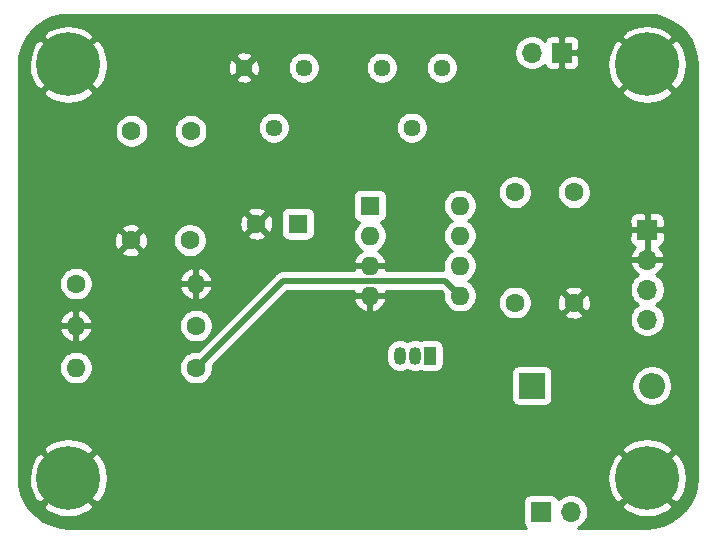
<source format=gbr>
G04 #@! TF.GenerationSoftware,KiCad,Pcbnew,(5.1.6)-1*
G04 #@! TF.CreationDate,2021-04-21T09:48:14-05:00*
G04 #@! TF.ProjectId,PortableAmp,506f7274-6162-46c6-9541-6d702e6b6963,rev?*
G04 #@! TF.SameCoordinates,Original*
G04 #@! TF.FileFunction,Copper,L2,Bot*
G04 #@! TF.FilePolarity,Positive*
%FSLAX46Y46*%
G04 Gerber Fmt 4.6, Leading zero omitted, Abs format (unit mm)*
G04 Created by KiCad (PCBNEW (5.1.6)-1) date 2021-04-21 09:48:14*
%MOMM*%
%LPD*%
G01*
G04 APERTURE LIST*
G04 #@! TA.AperFunction,ComponentPad*
%ADD10R,1.600000X1.600000*%
G04 #@! TD*
G04 #@! TA.AperFunction,ComponentPad*
%ADD11C,1.600000*%
G04 #@! TD*
G04 #@! TA.AperFunction,ComponentPad*
%ADD12R,2.200000X2.200000*%
G04 #@! TD*
G04 #@! TA.AperFunction,ComponentPad*
%ADD13O,2.200000X2.200000*%
G04 #@! TD*
G04 #@! TA.AperFunction,ComponentPad*
%ADD14R,1.700000X1.700000*%
G04 #@! TD*
G04 #@! TA.AperFunction,ComponentPad*
%ADD15O,1.700000X1.700000*%
G04 #@! TD*
G04 #@! TA.AperFunction,ComponentPad*
%ADD16O,1.050000X1.500000*%
G04 #@! TD*
G04 #@! TA.AperFunction,ComponentPad*
%ADD17R,1.050000X1.500000*%
G04 #@! TD*
G04 #@! TA.AperFunction,ComponentPad*
%ADD18O,1.600000X1.600000*%
G04 #@! TD*
G04 #@! TA.AperFunction,ComponentPad*
%ADD19C,1.440000*%
G04 #@! TD*
G04 #@! TA.AperFunction,ComponentPad*
%ADD20C,5.400000*%
G04 #@! TD*
G04 #@! TA.AperFunction,Conductor*
%ADD21C,0.500000*%
G04 #@! TD*
G04 #@! TA.AperFunction,Conductor*
%ADD22C,0.254000*%
G04 #@! TD*
G04 APERTURE END LIST*
D10*
G04 #@! TO.P,C1,1*
G04 #@! TO.N,Net-(C1-Pad1)*
X122428000Y-93472000D03*
D11*
G04 #@! TO.P,C1,2*
G04 #@! TO.N,GND*
X118928000Y-93472000D03*
G04 #@! TD*
G04 #@! TO.P,C2,1*
G04 #@! TO.N,Net-(C2-Pad1)*
X113347500Y-85617000D03*
G04 #@! TO.P,C2,2*
G04 #@! TO.N,Net-(C2-Pad2)*
X108347500Y-85617000D03*
G04 #@! TD*
G04 #@! TO.P,C3,2*
G04 #@! TO.N,Net-(C3-Pad2)*
X140796000Y-100158500D03*
G04 #@! TO.P,C3,1*
G04 #@! TO.N,GND*
X145796000Y-100158500D03*
G04 #@! TD*
G04 #@! TO.P,C4,1*
G04 #@! TO.N,Net-(C4-Pad1)*
X113284000Y-94888000D03*
G04 #@! TO.P,C4,2*
G04 #@! TO.N,GND*
X108284000Y-94888000D03*
G04 #@! TD*
G04 #@! TO.P,C5,2*
G04 #@! TO.N,Net-(C5-Pad2)*
X140796000Y-90824000D03*
G04 #@! TO.P,C5,1*
G04 #@! TO.N,Net-(C5-Pad1)*
X145796000Y-90824000D03*
G04 #@! TD*
D12*
G04 #@! TO.P,D1,1*
G04 #@! TO.N,Net-(C1-Pad1)*
X142240000Y-107188000D03*
D13*
G04 #@! TO.P,D1,2*
G04 #@! TO.N,Net-(D1-Pad2)*
X152400000Y-107188000D03*
G04 #@! TD*
D14*
G04 #@! TO.P,J1,1*
G04 #@! TO.N,GND*
X152000000Y-93980000D03*
D15*
G04 #@! TO.P,J1,2*
X152000000Y-96520000D03*
G04 #@! TO.P,J1,3*
G04 #@! TO.N,Input*
X152000000Y-99060000D03*
G04 #@! TO.P,J1,4*
G04 #@! TO.N,9V*
X152000000Y-101600000D03*
G04 #@! TD*
D14*
G04 #@! TO.P,J2,1*
G04 #@! TO.N,GND*
X144780000Y-79000000D03*
D15*
G04 #@! TO.P,J2,2*
G04 #@! TO.N,Net-(C5-Pad2)*
X142240000Y-79000000D03*
G04 #@! TD*
D16*
G04 #@! TO.P,Q1,2*
G04 #@! TO.N,Net-(C2-Pad1)*
X132334000Y-104648000D03*
G04 #@! TO.P,Q1,3*
G04 #@! TO.N,Input*
X131064000Y-104648000D03*
D17*
G04 #@! TO.P,Q1,1*
G04 #@! TO.N,Net-(C1-Pad1)*
X133604000Y-104648000D03*
G04 #@! TD*
D18*
G04 #@! TO.P,R1,2*
G04 #@! TO.N,GND*
X103632000Y-102108000D03*
D11*
G04 #@! TO.P,R1,1*
G04 #@! TO.N,Input*
X113792000Y-102108000D03*
G04 #@! TD*
G04 #@! TO.P,R2,1*
G04 #@! TO.N,Net-(C2-Pad1)*
X103632000Y-98552000D03*
D18*
G04 #@! TO.P,R2,2*
G04 #@! TO.N,GND*
X113792000Y-98552000D03*
G04 #@! TD*
D11*
G04 #@! TO.P,R3,1*
G04 #@! TO.N,Net-(C5-Pad1)*
X113792000Y-105664000D03*
D18*
G04 #@! TO.P,R3,2*
G04 #@! TO.N,Net-(C4-Pad1)*
X103632000Y-105664000D03*
G04 #@! TD*
D19*
G04 #@! TO.P,RV1,3*
G04 #@! TO.N,Net-(C2-Pad2)*
X122936000Y-80264000D03*
G04 #@! TO.P,RV1,2*
G04 #@! TO.N,Net-(RV1-Pad2)*
X120396000Y-85344000D03*
G04 #@! TO.P,RV1,1*
G04 #@! TO.N,GND*
X117856000Y-80264000D03*
G04 #@! TD*
G04 #@! TO.P,RV2,1*
G04 #@! TO.N,Net-(RV2-Pad1)*
X129540000Y-80264000D03*
G04 #@! TO.P,RV2,2*
G04 #@! TO.N,Net-(RV2-Pad2)*
X132080000Y-85344000D03*
G04 #@! TO.P,RV2,3*
X134620000Y-80264000D03*
G04 #@! TD*
D10*
G04 #@! TO.P,U1,1*
G04 #@! TO.N,Net-(RV2-Pad2)*
X128524000Y-91948000D03*
D18*
G04 #@! TO.P,U1,5*
G04 #@! TO.N,Net-(C5-Pad1)*
X136144000Y-99568000D03*
G04 #@! TO.P,U1,2*
G04 #@! TO.N,Net-(RV1-Pad2)*
X128524000Y-94488000D03*
G04 #@! TO.P,U1,6*
G04 #@! TO.N,Net-(C1-Pad1)*
X136144000Y-97028000D03*
G04 #@! TO.P,U1,3*
G04 #@! TO.N,GND*
X128524000Y-97028000D03*
G04 #@! TO.P,U1,7*
G04 #@! TO.N,Net-(C3-Pad2)*
X136144000Y-94488000D03*
G04 #@! TO.P,U1,4*
G04 #@! TO.N,GND*
X128524000Y-99568000D03*
G04 #@! TO.P,U1,8*
G04 #@! TO.N,Net-(RV2-Pad1)*
X136144000Y-91948000D03*
G04 #@! TD*
D20*
G04 #@! TO.P,H1,1*
G04 #@! TO.N,GND*
X103000000Y-80000000D03*
G04 #@! TD*
G04 #@! TO.P,H2,1*
G04 #@! TO.N,GND*
X103000000Y-115000000D03*
G04 #@! TD*
G04 #@! TO.P,H3,1*
G04 #@! TO.N,GND*
X152000000Y-80000000D03*
G04 #@! TD*
G04 #@! TO.P,H4,1*
G04 #@! TO.N,GND*
X152000000Y-115000000D03*
G04 #@! TD*
D14*
G04 #@! TO.P,SW1,1*
G04 #@! TO.N,9V*
X143002000Y-117856000D03*
D15*
G04 #@! TO.P,SW1,2*
G04 #@! TO.N,Net-(D1-Pad2)*
X145542000Y-117856000D03*
G04 #@! TD*
D21*
G04 #@! TO.N,Net-(C5-Pad1)*
X121138001Y-98317999D02*
X113792000Y-105664000D01*
X134893999Y-98317999D02*
X121138001Y-98317999D01*
X136144000Y-99568000D02*
X134893999Y-98317999D01*
G04 #@! TD*
D22*
G04 #@! TO.N,GND*
G36*
X152745857Y-75854686D02*
G01*
X153468144Y-76052281D01*
X154144017Y-76374656D01*
X154752127Y-76811626D01*
X155273247Y-77349380D01*
X155690897Y-77970909D01*
X155991887Y-78656583D01*
X156168146Y-79390752D01*
X156215000Y-80028786D01*
X156215001Y-114965031D01*
X156145314Y-115745857D01*
X155947718Y-116468148D01*
X155625345Y-117144017D01*
X155188371Y-117752130D01*
X154650620Y-118273247D01*
X154029091Y-118690897D01*
X153343414Y-118991888D01*
X152609248Y-119168146D01*
X151971214Y-119215000D01*
X146141575Y-119215000D01*
X146245411Y-119171990D01*
X146488632Y-119009475D01*
X146695475Y-118802632D01*
X146857990Y-118559411D01*
X146969932Y-118289158D01*
X147027000Y-118002260D01*
X147027000Y-117709740D01*
X146969932Y-117422842D01*
X146937844Y-117345374D01*
X149834231Y-117345374D01*
X150134411Y-117783828D01*
X150713356Y-118094296D01*
X151341746Y-118285852D01*
X151995431Y-118351134D01*
X152649293Y-118287634D01*
X153278203Y-118097792D01*
X153857992Y-117788904D01*
X153865589Y-117783828D01*
X154165769Y-117345374D01*
X152000000Y-115179605D01*
X149834231Y-117345374D01*
X146937844Y-117345374D01*
X146857990Y-117152589D01*
X146695475Y-116909368D01*
X146488632Y-116702525D01*
X146245411Y-116540010D01*
X145975158Y-116428068D01*
X145688260Y-116371000D01*
X145395740Y-116371000D01*
X145108842Y-116428068D01*
X144838589Y-116540010D01*
X144595368Y-116702525D01*
X144463513Y-116834380D01*
X144441502Y-116761820D01*
X144382537Y-116651506D01*
X144303185Y-116554815D01*
X144206494Y-116475463D01*
X144096180Y-116416498D01*
X143976482Y-116380188D01*
X143852000Y-116367928D01*
X142152000Y-116367928D01*
X142027518Y-116380188D01*
X141907820Y-116416498D01*
X141797506Y-116475463D01*
X141700815Y-116554815D01*
X141621463Y-116651506D01*
X141562498Y-116761820D01*
X141526188Y-116881518D01*
X141513928Y-117006000D01*
X141513928Y-118706000D01*
X141526188Y-118830482D01*
X141562498Y-118950180D01*
X141621463Y-119060494D01*
X141700815Y-119157185D01*
X141771263Y-119215000D01*
X103034958Y-119215000D01*
X102254143Y-119145314D01*
X101531852Y-118947718D01*
X100855983Y-118625345D01*
X100247870Y-118188371D01*
X99726753Y-117650620D01*
X99521637Y-117345374D01*
X100834231Y-117345374D01*
X101134411Y-117783828D01*
X101713356Y-118094296D01*
X102341746Y-118285852D01*
X102995431Y-118351134D01*
X103649293Y-118287634D01*
X104278203Y-118097792D01*
X104857992Y-117788904D01*
X104865589Y-117783828D01*
X105165769Y-117345374D01*
X103000000Y-115179605D01*
X100834231Y-117345374D01*
X99521637Y-117345374D01*
X99309103Y-117029091D01*
X99008112Y-116343414D01*
X98831854Y-115609248D01*
X98786779Y-114995431D01*
X99648866Y-114995431D01*
X99712366Y-115649293D01*
X99902208Y-116278203D01*
X100211096Y-116857992D01*
X100216172Y-116865589D01*
X100654626Y-117165769D01*
X102820395Y-115000000D01*
X103179605Y-115000000D01*
X105345374Y-117165769D01*
X105783828Y-116865589D01*
X106094296Y-116286644D01*
X106285852Y-115658254D01*
X106351134Y-115004569D01*
X106350247Y-114995431D01*
X148648866Y-114995431D01*
X148712366Y-115649293D01*
X148902208Y-116278203D01*
X149211096Y-116857992D01*
X149216172Y-116865589D01*
X149654626Y-117165769D01*
X151820395Y-115000000D01*
X152179605Y-115000000D01*
X154345374Y-117165769D01*
X154783828Y-116865589D01*
X155094296Y-116286644D01*
X155285852Y-115658254D01*
X155351134Y-115004569D01*
X155287634Y-114350707D01*
X155097792Y-113721797D01*
X154788904Y-113142008D01*
X154783828Y-113134411D01*
X154345374Y-112834231D01*
X152179605Y-115000000D01*
X151820395Y-115000000D01*
X149654626Y-112834231D01*
X149216172Y-113134411D01*
X148905704Y-113713356D01*
X148714148Y-114341746D01*
X148648866Y-114995431D01*
X106350247Y-114995431D01*
X106287634Y-114350707D01*
X106097792Y-113721797D01*
X105788904Y-113142008D01*
X105783828Y-113134411D01*
X105345374Y-112834231D01*
X103179605Y-115000000D01*
X102820395Y-115000000D01*
X100654626Y-112834231D01*
X100216172Y-113134411D01*
X99905704Y-113713356D01*
X99714148Y-114341746D01*
X99648866Y-114995431D01*
X98786779Y-114995431D01*
X98785000Y-114971214D01*
X98785000Y-112654626D01*
X100834231Y-112654626D01*
X103000000Y-114820395D01*
X105165769Y-112654626D01*
X149834231Y-112654626D01*
X152000000Y-114820395D01*
X154165769Y-112654626D01*
X153865589Y-112216172D01*
X153286644Y-111905704D01*
X152658254Y-111714148D01*
X152004569Y-111648866D01*
X151350707Y-111712366D01*
X150721797Y-111902208D01*
X150142008Y-112211096D01*
X150134411Y-112216172D01*
X149834231Y-112654626D01*
X105165769Y-112654626D01*
X104865589Y-112216172D01*
X104286644Y-111905704D01*
X103658254Y-111714148D01*
X103004569Y-111648866D01*
X102350707Y-111712366D01*
X101721797Y-111902208D01*
X101142008Y-112211096D01*
X101134411Y-112216172D01*
X100834231Y-112654626D01*
X98785000Y-112654626D01*
X98785000Y-105522665D01*
X102197000Y-105522665D01*
X102197000Y-105805335D01*
X102252147Y-106082574D01*
X102360320Y-106343727D01*
X102517363Y-106578759D01*
X102717241Y-106778637D01*
X102952273Y-106935680D01*
X103213426Y-107043853D01*
X103490665Y-107099000D01*
X103773335Y-107099000D01*
X104050574Y-107043853D01*
X104311727Y-106935680D01*
X104546759Y-106778637D01*
X104746637Y-106578759D01*
X104903680Y-106343727D01*
X105011853Y-106082574D01*
X105067000Y-105805335D01*
X105067000Y-105522665D01*
X112357000Y-105522665D01*
X112357000Y-105805335D01*
X112412147Y-106082574D01*
X112520320Y-106343727D01*
X112677363Y-106578759D01*
X112877241Y-106778637D01*
X113112273Y-106935680D01*
X113373426Y-107043853D01*
X113650665Y-107099000D01*
X113933335Y-107099000D01*
X114210574Y-107043853D01*
X114471727Y-106935680D01*
X114706759Y-106778637D01*
X114906637Y-106578759D01*
X115063680Y-106343727D01*
X115169605Y-106088000D01*
X140501928Y-106088000D01*
X140501928Y-108288000D01*
X140514188Y-108412482D01*
X140550498Y-108532180D01*
X140609463Y-108642494D01*
X140688815Y-108739185D01*
X140785506Y-108818537D01*
X140895820Y-108877502D01*
X141015518Y-108913812D01*
X141140000Y-108926072D01*
X143340000Y-108926072D01*
X143464482Y-108913812D01*
X143584180Y-108877502D01*
X143694494Y-108818537D01*
X143791185Y-108739185D01*
X143870537Y-108642494D01*
X143929502Y-108532180D01*
X143965812Y-108412482D01*
X143978072Y-108288000D01*
X143978072Y-107017117D01*
X150665000Y-107017117D01*
X150665000Y-107358883D01*
X150731675Y-107694081D01*
X150862463Y-108009831D01*
X151052337Y-108293998D01*
X151294002Y-108535663D01*
X151578169Y-108725537D01*
X151893919Y-108856325D01*
X152229117Y-108923000D01*
X152570883Y-108923000D01*
X152906081Y-108856325D01*
X153221831Y-108725537D01*
X153505998Y-108535663D01*
X153747663Y-108293998D01*
X153937537Y-108009831D01*
X154068325Y-107694081D01*
X154135000Y-107358883D01*
X154135000Y-107017117D01*
X154068325Y-106681919D01*
X153937537Y-106366169D01*
X153747663Y-106082002D01*
X153505998Y-105840337D01*
X153221831Y-105650463D01*
X152906081Y-105519675D01*
X152570883Y-105453000D01*
X152229117Y-105453000D01*
X151893919Y-105519675D01*
X151578169Y-105650463D01*
X151294002Y-105840337D01*
X151052337Y-106082002D01*
X150862463Y-106366169D01*
X150731675Y-106681919D01*
X150665000Y-107017117D01*
X143978072Y-107017117D01*
X143978072Y-106088000D01*
X143965812Y-105963518D01*
X143929502Y-105843820D01*
X143870537Y-105733506D01*
X143791185Y-105636815D01*
X143694494Y-105557463D01*
X143584180Y-105498498D01*
X143464482Y-105462188D01*
X143340000Y-105449928D01*
X141140000Y-105449928D01*
X141015518Y-105462188D01*
X140895820Y-105498498D01*
X140785506Y-105557463D01*
X140688815Y-105636815D01*
X140609463Y-105733506D01*
X140550498Y-105843820D01*
X140514188Y-105963518D01*
X140501928Y-106088000D01*
X115169605Y-106088000D01*
X115171853Y-106082574D01*
X115227000Y-105805335D01*
X115227000Y-105522665D01*
X115220017Y-105487561D01*
X116341557Y-104366021D01*
X129904000Y-104366021D01*
X129904000Y-104929978D01*
X129920785Y-105100399D01*
X129987115Y-105319059D01*
X130094829Y-105520578D01*
X130239788Y-105697212D01*
X130416421Y-105842171D01*
X130617940Y-105949885D01*
X130836600Y-106016215D01*
X131064000Y-106038612D01*
X131291399Y-106016215D01*
X131510059Y-105949885D01*
X131699000Y-105848894D01*
X131887940Y-105949885D01*
X132106600Y-106016215D01*
X132334000Y-106038612D01*
X132561399Y-106016215D01*
X132770098Y-105952907D01*
X132834820Y-105987502D01*
X132954518Y-106023812D01*
X133079000Y-106036072D01*
X134129000Y-106036072D01*
X134253482Y-106023812D01*
X134373180Y-105987502D01*
X134483494Y-105928537D01*
X134580185Y-105849185D01*
X134659537Y-105752494D01*
X134718502Y-105642180D01*
X134754812Y-105522482D01*
X134767072Y-105398000D01*
X134767072Y-103898000D01*
X134754812Y-103773518D01*
X134718502Y-103653820D01*
X134659537Y-103543506D01*
X134580185Y-103446815D01*
X134483494Y-103367463D01*
X134373180Y-103308498D01*
X134253482Y-103272188D01*
X134129000Y-103259928D01*
X133079000Y-103259928D01*
X132954518Y-103272188D01*
X132834820Y-103308498D01*
X132770098Y-103343093D01*
X132561400Y-103279785D01*
X132334000Y-103257388D01*
X132106601Y-103279785D01*
X131887941Y-103346115D01*
X131699001Y-103447106D01*
X131510060Y-103346115D01*
X131291400Y-103279785D01*
X131064000Y-103257388D01*
X130836601Y-103279785D01*
X130617941Y-103346115D01*
X130416422Y-103453829D01*
X130239789Y-103598788D01*
X130094830Y-103775421D01*
X129987115Y-103976940D01*
X129920785Y-104195600D01*
X129904000Y-104366021D01*
X116341557Y-104366021D01*
X120790539Y-99917039D01*
X127132096Y-99917039D01*
X127172754Y-100051087D01*
X127292963Y-100305420D01*
X127460481Y-100531414D01*
X127668869Y-100720385D01*
X127910119Y-100865070D01*
X128174960Y-100959909D01*
X128397000Y-100838624D01*
X128397000Y-99695000D01*
X128651000Y-99695000D01*
X128651000Y-100838624D01*
X128873040Y-100959909D01*
X129137881Y-100865070D01*
X129379131Y-100720385D01*
X129587519Y-100531414D01*
X129755037Y-100305420D01*
X129875246Y-100051087D01*
X129915904Y-99917039D01*
X129793915Y-99695000D01*
X128651000Y-99695000D01*
X128397000Y-99695000D01*
X127254085Y-99695000D01*
X127132096Y-99917039D01*
X120790539Y-99917039D01*
X121504580Y-99202999D01*
X127136937Y-99202999D01*
X127132096Y-99218961D01*
X127254085Y-99441000D01*
X128397000Y-99441000D01*
X128397000Y-99421000D01*
X128651000Y-99421000D01*
X128651000Y-99441000D01*
X129793915Y-99441000D01*
X129915904Y-99218961D01*
X129911063Y-99202999D01*
X134527421Y-99202999D01*
X134715983Y-99391561D01*
X134709000Y-99426665D01*
X134709000Y-99709335D01*
X134764147Y-99986574D01*
X134872320Y-100247727D01*
X135029363Y-100482759D01*
X135229241Y-100682637D01*
X135464273Y-100839680D01*
X135725426Y-100947853D01*
X136002665Y-101003000D01*
X136285335Y-101003000D01*
X136562574Y-100947853D01*
X136823727Y-100839680D01*
X137058759Y-100682637D01*
X137258637Y-100482759D01*
X137415680Y-100247727D01*
X137511181Y-100017165D01*
X139361000Y-100017165D01*
X139361000Y-100299835D01*
X139416147Y-100577074D01*
X139524320Y-100838227D01*
X139681363Y-101073259D01*
X139881241Y-101273137D01*
X140116273Y-101430180D01*
X140377426Y-101538353D01*
X140654665Y-101593500D01*
X140937335Y-101593500D01*
X141214574Y-101538353D01*
X141475727Y-101430180D01*
X141710759Y-101273137D01*
X141832694Y-101151202D01*
X144982903Y-101151202D01*
X145054486Y-101395171D01*
X145309996Y-101516071D01*
X145584184Y-101584800D01*
X145866512Y-101598717D01*
X146146130Y-101557287D01*
X146412292Y-101462103D01*
X146537514Y-101395171D01*
X146609097Y-101151202D01*
X145796000Y-100338105D01*
X144982903Y-101151202D01*
X141832694Y-101151202D01*
X141910637Y-101073259D01*
X142067680Y-100838227D01*
X142175853Y-100577074D01*
X142231000Y-100299835D01*
X142231000Y-100229012D01*
X144355783Y-100229012D01*
X144397213Y-100508630D01*
X144492397Y-100774792D01*
X144559329Y-100900014D01*
X144803298Y-100971597D01*
X145616395Y-100158500D01*
X145975605Y-100158500D01*
X146788702Y-100971597D01*
X147032671Y-100900014D01*
X147153571Y-100644504D01*
X147222300Y-100370316D01*
X147236217Y-100087988D01*
X147194787Y-99808370D01*
X147099603Y-99542208D01*
X147032671Y-99416986D01*
X146788702Y-99345403D01*
X145975605Y-100158500D01*
X145616395Y-100158500D01*
X144803298Y-99345403D01*
X144559329Y-99416986D01*
X144438429Y-99672496D01*
X144369700Y-99946684D01*
X144355783Y-100229012D01*
X142231000Y-100229012D01*
X142231000Y-100017165D01*
X142175853Y-99739926D01*
X142067680Y-99478773D01*
X141910637Y-99243741D01*
X141832694Y-99165798D01*
X144982903Y-99165798D01*
X145796000Y-99978895D01*
X146609097Y-99165798D01*
X146537514Y-98921829D01*
X146520419Y-98913740D01*
X150515000Y-98913740D01*
X150515000Y-99206260D01*
X150572068Y-99493158D01*
X150684010Y-99763411D01*
X150846525Y-100006632D01*
X151053368Y-100213475D01*
X151227760Y-100330000D01*
X151053368Y-100446525D01*
X150846525Y-100653368D01*
X150684010Y-100896589D01*
X150572068Y-101166842D01*
X150515000Y-101453740D01*
X150515000Y-101746260D01*
X150572068Y-102033158D01*
X150684010Y-102303411D01*
X150846525Y-102546632D01*
X151053368Y-102753475D01*
X151296589Y-102915990D01*
X151566842Y-103027932D01*
X151853740Y-103085000D01*
X152146260Y-103085000D01*
X152433158Y-103027932D01*
X152703411Y-102915990D01*
X152946632Y-102753475D01*
X153153475Y-102546632D01*
X153315990Y-102303411D01*
X153427932Y-102033158D01*
X153485000Y-101746260D01*
X153485000Y-101453740D01*
X153427932Y-101166842D01*
X153315990Y-100896589D01*
X153153475Y-100653368D01*
X152946632Y-100446525D01*
X152772240Y-100330000D01*
X152946632Y-100213475D01*
X153153475Y-100006632D01*
X153315990Y-99763411D01*
X153427932Y-99493158D01*
X153485000Y-99206260D01*
X153485000Y-98913740D01*
X153427932Y-98626842D01*
X153315990Y-98356589D01*
X153153475Y-98113368D01*
X152946632Y-97906525D01*
X152764466Y-97784805D01*
X152881355Y-97715178D01*
X153097588Y-97520269D01*
X153271641Y-97286920D01*
X153396825Y-97024099D01*
X153441476Y-96876890D01*
X153320155Y-96647000D01*
X152127000Y-96647000D01*
X152127000Y-96667000D01*
X151873000Y-96667000D01*
X151873000Y-96647000D01*
X150679845Y-96647000D01*
X150558524Y-96876890D01*
X150603175Y-97024099D01*
X150728359Y-97286920D01*
X150902412Y-97520269D01*
X151118645Y-97715178D01*
X151235534Y-97784805D01*
X151053368Y-97906525D01*
X150846525Y-98113368D01*
X150684010Y-98356589D01*
X150572068Y-98626842D01*
X150515000Y-98913740D01*
X146520419Y-98913740D01*
X146282004Y-98800929D01*
X146007816Y-98732200D01*
X145725488Y-98718283D01*
X145445870Y-98759713D01*
X145179708Y-98854897D01*
X145054486Y-98921829D01*
X144982903Y-99165798D01*
X141832694Y-99165798D01*
X141710759Y-99043863D01*
X141475727Y-98886820D01*
X141214574Y-98778647D01*
X140937335Y-98723500D01*
X140654665Y-98723500D01*
X140377426Y-98778647D01*
X140116273Y-98886820D01*
X139881241Y-99043863D01*
X139681363Y-99243741D01*
X139524320Y-99478773D01*
X139416147Y-99739926D01*
X139361000Y-100017165D01*
X137511181Y-100017165D01*
X137523853Y-99986574D01*
X137579000Y-99709335D01*
X137579000Y-99426665D01*
X137523853Y-99149426D01*
X137415680Y-98888273D01*
X137258637Y-98653241D01*
X137058759Y-98453363D01*
X136826241Y-98298000D01*
X137058759Y-98142637D01*
X137258637Y-97942759D01*
X137415680Y-97707727D01*
X137523853Y-97446574D01*
X137579000Y-97169335D01*
X137579000Y-96886665D01*
X137523853Y-96609426D01*
X137415680Y-96348273D01*
X137258637Y-96113241D01*
X137058759Y-95913363D01*
X136826241Y-95758000D01*
X137058759Y-95602637D01*
X137258637Y-95402759D01*
X137415680Y-95167727D01*
X137523853Y-94906574D01*
X137539084Y-94830000D01*
X150511928Y-94830000D01*
X150524188Y-94954482D01*
X150560498Y-95074180D01*
X150619463Y-95184494D01*
X150698815Y-95281185D01*
X150795506Y-95360537D01*
X150905820Y-95419502D01*
X150986466Y-95443966D01*
X150902412Y-95519731D01*
X150728359Y-95753080D01*
X150603175Y-96015901D01*
X150558524Y-96163110D01*
X150679845Y-96393000D01*
X151873000Y-96393000D01*
X151873000Y-94107000D01*
X152127000Y-94107000D01*
X152127000Y-96393000D01*
X153320155Y-96393000D01*
X153441476Y-96163110D01*
X153396825Y-96015901D01*
X153271641Y-95753080D01*
X153097588Y-95519731D01*
X153013534Y-95443966D01*
X153094180Y-95419502D01*
X153204494Y-95360537D01*
X153301185Y-95281185D01*
X153380537Y-95184494D01*
X153439502Y-95074180D01*
X153475812Y-94954482D01*
X153488072Y-94830000D01*
X153485000Y-94265750D01*
X153326250Y-94107000D01*
X152127000Y-94107000D01*
X151873000Y-94107000D01*
X150673750Y-94107000D01*
X150515000Y-94265750D01*
X150511928Y-94830000D01*
X137539084Y-94830000D01*
X137579000Y-94629335D01*
X137579000Y-94346665D01*
X137523853Y-94069426D01*
X137415680Y-93808273D01*
X137258637Y-93573241D01*
X137058759Y-93373363D01*
X136826241Y-93218000D01*
X136957942Y-93130000D01*
X150511928Y-93130000D01*
X150515000Y-93694250D01*
X150673750Y-93853000D01*
X151873000Y-93853000D01*
X151873000Y-92653750D01*
X152127000Y-92653750D01*
X152127000Y-93853000D01*
X153326250Y-93853000D01*
X153485000Y-93694250D01*
X153488072Y-93130000D01*
X153475812Y-93005518D01*
X153439502Y-92885820D01*
X153380537Y-92775506D01*
X153301185Y-92678815D01*
X153204494Y-92599463D01*
X153094180Y-92540498D01*
X152974482Y-92504188D01*
X152850000Y-92491928D01*
X152285750Y-92495000D01*
X152127000Y-92653750D01*
X151873000Y-92653750D01*
X151714250Y-92495000D01*
X151150000Y-92491928D01*
X151025518Y-92504188D01*
X150905820Y-92540498D01*
X150795506Y-92599463D01*
X150698815Y-92678815D01*
X150619463Y-92775506D01*
X150560498Y-92885820D01*
X150524188Y-93005518D01*
X150511928Y-93130000D01*
X136957942Y-93130000D01*
X137058759Y-93062637D01*
X137258637Y-92862759D01*
X137415680Y-92627727D01*
X137523853Y-92366574D01*
X137579000Y-92089335D01*
X137579000Y-91806665D01*
X137523853Y-91529426D01*
X137415680Y-91268273D01*
X137258637Y-91033241D01*
X137058759Y-90833363D01*
X136833223Y-90682665D01*
X139361000Y-90682665D01*
X139361000Y-90965335D01*
X139416147Y-91242574D01*
X139524320Y-91503727D01*
X139681363Y-91738759D01*
X139881241Y-91938637D01*
X140116273Y-92095680D01*
X140377426Y-92203853D01*
X140654665Y-92259000D01*
X140937335Y-92259000D01*
X141214574Y-92203853D01*
X141475727Y-92095680D01*
X141710759Y-91938637D01*
X141910637Y-91738759D01*
X142067680Y-91503727D01*
X142175853Y-91242574D01*
X142231000Y-90965335D01*
X142231000Y-90682665D01*
X144361000Y-90682665D01*
X144361000Y-90965335D01*
X144416147Y-91242574D01*
X144524320Y-91503727D01*
X144681363Y-91738759D01*
X144881241Y-91938637D01*
X145116273Y-92095680D01*
X145377426Y-92203853D01*
X145654665Y-92259000D01*
X145937335Y-92259000D01*
X146214574Y-92203853D01*
X146475727Y-92095680D01*
X146710759Y-91938637D01*
X146910637Y-91738759D01*
X147067680Y-91503727D01*
X147175853Y-91242574D01*
X147231000Y-90965335D01*
X147231000Y-90682665D01*
X147175853Y-90405426D01*
X147067680Y-90144273D01*
X146910637Y-89909241D01*
X146710759Y-89709363D01*
X146475727Y-89552320D01*
X146214574Y-89444147D01*
X145937335Y-89389000D01*
X145654665Y-89389000D01*
X145377426Y-89444147D01*
X145116273Y-89552320D01*
X144881241Y-89709363D01*
X144681363Y-89909241D01*
X144524320Y-90144273D01*
X144416147Y-90405426D01*
X144361000Y-90682665D01*
X142231000Y-90682665D01*
X142175853Y-90405426D01*
X142067680Y-90144273D01*
X141910637Y-89909241D01*
X141710759Y-89709363D01*
X141475727Y-89552320D01*
X141214574Y-89444147D01*
X140937335Y-89389000D01*
X140654665Y-89389000D01*
X140377426Y-89444147D01*
X140116273Y-89552320D01*
X139881241Y-89709363D01*
X139681363Y-89909241D01*
X139524320Y-90144273D01*
X139416147Y-90405426D01*
X139361000Y-90682665D01*
X136833223Y-90682665D01*
X136823727Y-90676320D01*
X136562574Y-90568147D01*
X136285335Y-90513000D01*
X136002665Y-90513000D01*
X135725426Y-90568147D01*
X135464273Y-90676320D01*
X135229241Y-90833363D01*
X135029363Y-91033241D01*
X134872320Y-91268273D01*
X134764147Y-91529426D01*
X134709000Y-91806665D01*
X134709000Y-92089335D01*
X134764147Y-92366574D01*
X134872320Y-92627727D01*
X135029363Y-92862759D01*
X135229241Y-93062637D01*
X135461759Y-93218000D01*
X135229241Y-93373363D01*
X135029363Y-93573241D01*
X134872320Y-93808273D01*
X134764147Y-94069426D01*
X134709000Y-94346665D01*
X134709000Y-94629335D01*
X134764147Y-94906574D01*
X134872320Y-95167727D01*
X135029363Y-95402759D01*
X135229241Y-95602637D01*
X135461759Y-95758000D01*
X135229241Y-95913363D01*
X135029363Y-96113241D01*
X134872320Y-96348273D01*
X134764147Y-96609426D01*
X134709000Y-96886665D01*
X134709000Y-97169335D01*
X134761447Y-97432999D01*
X129898931Y-97432999D01*
X129915904Y-97377039D01*
X129793915Y-97155000D01*
X128651000Y-97155000D01*
X128651000Y-97175000D01*
X128397000Y-97175000D01*
X128397000Y-97155000D01*
X127254085Y-97155000D01*
X127132096Y-97377039D01*
X127149069Y-97432999D01*
X121181466Y-97432999D01*
X121138000Y-97428718D01*
X121094534Y-97432999D01*
X121094524Y-97432999D01*
X120964511Y-97445804D01*
X120797688Y-97496410D01*
X120643942Y-97578588D01*
X120643940Y-97578589D01*
X120643941Y-97578589D01*
X120542954Y-97661467D01*
X120542952Y-97661469D01*
X120509184Y-97689182D01*
X120481471Y-97722950D01*
X113968439Y-104235983D01*
X113933335Y-104229000D01*
X113650665Y-104229000D01*
X113373426Y-104284147D01*
X113112273Y-104392320D01*
X112877241Y-104549363D01*
X112677363Y-104749241D01*
X112520320Y-104984273D01*
X112412147Y-105245426D01*
X112357000Y-105522665D01*
X105067000Y-105522665D01*
X105011853Y-105245426D01*
X104903680Y-104984273D01*
X104746637Y-104749241D01*
X104546759Y-104549363D01*
X104311727Y-104392320D01*
X104050574Y-104284147D01*
X103773335Y-104229000D01*
X103490665Y-104229000D01*
X103213426Y-104284147D01*
X102952273Y-104392320D01*
X102717241Y-104549363D01*
X102517363Y-104749241D01*
X102360320Y-104984273D01*
X102252147Y-105245426D01*
X102197000Y-105522665D01*
X98785000Y-105522665D01*
X98785000Y-102457039D01*
X102240096Y-102457039D01*
X102280754Y-102591087D01*
X102400963Y-102845420D01*
X102568481Y-103071414D01*
X102776869Y-103260385D01*
X103018119Y-103405070D01*
X103282960Y-103499909D01*
X103505000Y-103378624D01*
X103505000Y-102235000D01*
X103759000Y-102235000D01*
X103759000Y-103378624D01*
X103981040Y-103499909D01*
X104245881Y-103405070D01*
X104487131Y-103260385D01*
X104695519Y-103071414D01*
X104863037Y-102845420D01*
X104983246Y-102591087D01*
X105023904Y-102457039D01*
X104901915Y-102235000D01*
X103759000Y-102235000D01*
X103505000Y-102235000D01*
X102362085Y-102235000D01*
X102240096Y-102457039D01*
X98785000Y-102457039D01*
X98785000Y-101758961D01*
X102240096Y-101758961D01*
X102362085Y-101981000D01*
X103505000Y-101981000D01*
X103505000Y-100837376D01*
X103759000Y-100837376D01*
X103759000Y-101981000D01*
X104901915Y-101981000D01*
X104909790Y-101966665D01*
X112357000Y-101966665D01*
X112357000Y-102249335D01*
X112412147Y-102526574D01*
X112520320Y-102787727D01*
X112677363Y-103022759D01*
X112877241Y-103222637D01*
X113112273Y-103379680D01*
X113373426Y-103487853D01*
X113650665Y-103543000D01*
X113933335Y-103543000D01*
X114210574Y-103487853D01*
X114471727Y-103379680D01*
X114706759Y-103222637D01*
X114906637Y-103022759D01*
X115063680Y-102787727D01*
X115171853Y-102526574D01*
X115227000Y-102249335D01*
X115227000Y-101966665D01*
X115171853Y-101689426D01*
X115063680Y-101428273D01*
X114906637Y-101193241D01*
X114706759Y-100993363D01*
X114471727Y-100836320D01*
X114210574Y-100728147D01*
X113933335Y-100673000D01*
X113650665Y-100673000D01*
X113373426Y-100728147D01*
X113112273Y-100836320D01*
X112877241Y-100993363D01*
X112677363Y-101193241D01*
X112520320Y-101428273D01*
X112412147Y-101689426D01*
X112357000Y-101966665D01*
X104909790Y-101966665D01*
X105023904Y-101758961D01*
X104983246Y-101624913D01*
X104863037Y-101370580D01*
X104695519Y-101144586D01*
X104487131Y-100955615D01*
X104245881Y-100810930D01*
X103981040Y-100716091D01*
X103759000Y-100837376D01*
X103505000Y-100837376D01*
X103282960Y-100716091D01*
X103018119Y-100810930D01*
X102776869Y-100955615D01*
X102568481Y-101144586D01*
X102400963Y-101370580D01*
X102280754Y-101624913D01*
X102240096Y-101758961D01*
X98785000Y-101758961D01*
X98785000Y-98410665D01*
X102197000Y-98410665D01*
X102197000Y-98693335D01*
X102252147Y-98970574D01*
X102360320Y-99231727D01*
X102517363Y-99466759D01*
X102717241Y-99666637D01*
X102952273Y-99823680D01*
X103213426Y-99931853D01*
X103490665Y-99987000D01*
X103773335Y-99987000D01*
X104050574Y-99931853D01*
X104311727Y-99823680D01*
X104546759Y-99666637D01*
X104746637Y-99466759D01*
X104903680Y-99231727D01*
X105011853Y-98970574D01*
X105025684Y-98901039D01*
X112400096Y-98901039D01*
X112440754Y-99035087D01*
X112560963Y-99289420D01*
X112728481Y-99515414D01*
X112936869Y-99704385D01*
X113178119Y-99849070D01*
X113442960Y-99943909D01*
X113665000Y-99822624D01*
X113665000Y-98679000D01*
X113919000Y-98679000D01*
X113919000Y-99822624D01*
X114141040Y-99943909D01*
X114405881Y-99849070D01*
X114647131Y-99704385D01*
X114855519Y-99515414D01*
X115023037Y-99289420D01*
X115143246Y-99035087D01*
X115183904Y-98901039D01*
X115061915Y-98679000D01*
X113919000Y-98679000D01*
X113665000Y-98679000D01*
X112522085Y-98679000D01*
X112400096Y-98901039D01*
X105025684Y-98901039D01*
X105067000Y-98693335D01*
X105067000Y-98410665D01*
X105025685Y-98202961D01*
X112400096Y-98202961D01*
X112522085Y-98425000D01*
X113665000Y-98425000D01*
X113665000Y-97281376D01*
X113919000Y-97281376D01*
X113919000Y-98425000D01*
X115061915Y-98425000D01*
X115183904Y-98202961D01*
X115143246Y-98068913D01*
X115023037Y-97814580D01*
X114855519Y-97588586D01*
X114647131Y-97399615D01*
X114405881Y-97254930D01*
X114141040Y-97160091D01*
X113919000Y-97281376D01*
X113665000Y-97281376D01*
X113442960Y-97160091D01*
X113178119Y-97254930D01*
X112936869Y-97399615D01*
X112728481Y-97588586D01*
X112560963Y-97814580D01*
X112440754Y-98068913D01*
X112400096Y-98202961D01*
X105025685Y-98202961D01*
X105011853Y-98133426D01*
X104903680Y-97872273D01*
X104746637Y-97637241D01*
X104546759Y-97437363D01*
X104311727Y-97280320D01*
X104050574Y-97172147D01*
X103773335Y-97117000D01*
X103490665Y-97117000D01*
X103213426Y-97172147D01*
X102952273Y-97280320D01*
X102717241Y-97437363D01*
X102517363Y-97637241D01*
X102360320Y-97872273D01*
X102252147Y-98133426D01*
X102197000Y-98410665D01*
X98785000Y-98410665D01*
X98785000Y-95880702D01*
X107470903Y-95880702D01*
X107542486Y-96124671D01*
X107797996Y-96245571D01*
X108072184Y-96314300D01*
X108354512Y-96328217D01*
X108634130Y-96286787D01*
X108900292Y-96191603D01*
X109025514Y-96124671D01*
X109097097Y-95880702D01*
X108284000Y-95067605D01*
X107470903Y-95880702D01*
X98785000Y-95880702D01*
X98785000Y-94958512D01*
X106843783Y-94958512D01*
X106885213Y-95238130D01*
X106980397Y-95504292D01*
X107047329Y-95629514D01*
X107291298Y-95701097D01*
X108104395Y-94888000D01*
X108463605Y-94888000D01*
X109276702Y-95701097D01*
X109520671Y-95629514D01*
X109641571Y-95374004D01*
X109710300Y-95099816D01*
X109724217Y-94817488D01*
X109713724Y-94746665D01*
X111849000Y-94746665D01*
X111849000Y-95029335D01*
X111904147Y-95306574D01*
X112012320Y-95567727D01*
X112169363Y-95802759D01*
X112369241Y-96002637D01*
X112604273Y-96159680D01*
X112865426Y-96267853D01*
X113142665Y-96323000D01*
X113425335Y-96323000D01*
X113702574Y-96267853D01*
X113963727Y-96159680D01*
X114198759Y-96002637D01*
X114398637Y-95802759D01*
X114555680Y-95567727D01*
X114663853Y-95306574D01*
X114719000Y-95029335D01*
X114719000Y-94746665D01*
X114663853Y-94469426D01*
X114661897Y-94464702D01*
X118114903Y-94464702D01*
X118186486Y-94708671D01*
X118441996Y-94829571D01*
X118716184Y-94898300D01*
X118998512Y-94912217D01*
X119278130Y-94870787D01*
X119544292Y-94775603D01*
X119669514Y-94708671D01*
X119741097Y-94464702D01*
X118928000Y-93651605D01*
X118114903Y-94464702D01*
X114661897Y-94464702D01*
X114555680Y-94208273D01*
X114398637Y-93973241D01*
X114198759Y-93773363D01*
X113963727Y-93616320D01*
X113785539Y-93542512D01*
X117487783Y-93542512D01*
X117529213Y-93822130D01*
X117624397Y-94088292D01*
X117691329Y-94213514D01*
X117935298Y-94285097D01*
X118748395Y-93472000D01*
X119107605Y-93472000D01*
X119920702Y-94285097D01*
X120164671Y-94213514D01*
X120285571Y-93958004D01*
X120354300Y-93683816D01*
X120368217Y-93401488D01*
X120326787Y-93121870D01*
X120231603Y-92855708D01*
X120164671Y-92730486D01*
X119965340Y-92672000D01*
X120989928Y-92672000D01*
X120989928Y-94272000D01*
X121002188Y-94396482D01*
X121038498Y-94516180D01*
X121097463Y-94626494D01*
X121176815Y-94723185D01*
X121273506Y-94802537D01*
X121383820Y-94861502D01*
X121503518Y-94897812D01*
X121628000Y-94910072D01*
X123228000Y-94910072D01*
X123352482Y-94897812D01*
X123472180Y-94861502D01*
X123582494Y-94802537D01*
X123679185Y-94723185D01*
X123758537Y-94626494D01*
X123817502Y-94516180D01*
X123853812Y-94396482D01*
X123866072Y-94272000D01*
X123866072Y-92672000D01*
X123853812Y-92547518D01*
X123817502Y-92427820D01*
X123758537Y-92317506D01*
X123679185Y-92220815D01*
X123582494Y-92141463D01*
X123472180Y-92082498D01*
X123352482Y-92046188D01*
X123228000Y-92033928D01*
X121628000Y-92033928D01*
X121503518Y-92046188D01*
X121383820Y-92082498D01*
X121273506Y-92141463D01*
X121176815Y-92220815D01*
X121097463Y-92317506D01*
X121038498Y-92427820D01*
X121002188Y-92547518D01*
X120989928Y-92672000D01*
X119965340Y-92672000D01*
X119920702Y-92658903D01*
X119107605Y-93472000D01*
X118748395Y-93472000D01*
X117935298Y-92658903D01*
X117691329Y-92730486D01*
X117570429Y-92985996D01*
X117501700Y-93260184D01*
X117487783Y-93542512D01*
X113785539Y-93542512D01*
X113702574Y-93508147D01*
X113425335Y-93453000D01*
X113142665Y-93453000D01*
X112865426Y-93508147D01*
X112604273Y-93616320D01*
X112369241Y-93773363D01*
X112169363Y-93973241D01*
X112012320Y-94208273D01*
X111904147Y-94469426D01*
X111849000Y-94746665D01*
X109713724Y-94746665D01*
X109682787Y-94537870D01*
X109587603Y-94271708D01*
X109520671Y-94146486D01*
X109276702Y-94074903D01*
X108463605Y-94888000D01*
X108104395Y-94888000D01*
X107291298Y-94074903D01*
X107047329Y-94146486D01*
X106926429Y-94401996D01*
X106857700Y-94676184D01*
X106843783Y-94958512D01*
X98785000Y-94958512D01*
X98785000Y-93895298D01*
X107470903Y-93895298D01*
X108284000Y-94708395D01*
X109097097Y-93895298D01*
X109025514Y-93651329D01*
X108770004Y-93530429D01*
X108495816Y-93461700D01*
X108213488Y-93447783D01*
X107933870Y-93489213D01*
X107667708Y-93584397D01*
X107542486Y-93651329D01*
X107470903Y-93895298D01*
X98785000Y-93895298D01*
X98785000Y-92479298D01*
X118114903Y-92479298D01*
X118928000Y-93292395D01*
X119741097Y-92479298D01*
X119669514Y-92235329D01*
X119414004Y-92114429D01*
X119139816Y-92045700D01*
X118857488Y-92031783D01*
X118577870Y-92073213D01*
X118311708Y-92168397D01*
X118186486Y-92235329D01*
X118114903Y-92479298D01*
X98785000Y-92479298D01*
X98785000Y-91148000D01*
X127085928Y-91148000D01*
X127085928Y-92748000D01*
X127098188Y-92872482D01*
X127134498Y-92992180D01*
X127193463Y-93102494D01*
X127272815Y-93199185D01*
X127369506Y-93278537D01*
X127479820Y-93337502D01*
X127599518Y-93373812D01*
X127607961Y-93374643D01*
X127409363Y-93573241D01*
X127252320Y-93808273D01*
X127144147Y-94069426D01*
X127089000Y-94346665D01*
X127089000Y-94629335D01*
X127144147Y-94906574D01*
X127252320Y-95167727D01*
X127409363Y-95402759D01*
X127609241Y-95602637D01*
X127844273Y-95759680D01*
X127854865Y-95764067D01*
X127668869Y-95875615D01*
X127460481Y-96064586D01*
X127292963Y-96290580D01*
X127172754Y-96544913D01*
X127132096Y-96678961D01*
X127254085Y-96901000D01*
X128397000Y-96901000D01*
X128397000Y-96881000D01*
X128651000Y-96881000D01*
X128651000Y-96901000D01*
X129793915Y-96901000D01*
X129915904Y-96678961D01*
X129875246Y-96544913D01*
X129755037Y-96290580D01*
X129587519Y-96064586D01*
X129379131Y-95875615D01*
X129193135Y-95764067D01*
X129203727Y-95759680D01*
X129438759Y-95602637D01*
X129638637Y-95402759D01*
X129795680Y-95167727D01*
X129903853Y-94906574D01*
X129959000Y-94629335D01*
X129959000Y-94346665D01*
X129903853Y-94069426D01*
X129795680Y-93808273D01*
X129638637Y-93573241D01*
X129440039Y-93374643D01*
X129448482Y-93373812D01*
X129568180Y-93337502D01*
X129678494Y-93278537D01*
X129775185Y-93199185D01*
X129854537Y-93102494D01*
X129913502Y-92992180D01*
X129949812Y-92872482D01*
X129962072Y-92748000D01*
X129962072Y-91148000D01*
X129949812Y-91023518D01*
X129913502Y-90903820D01*
X129854537Y-90793506D01*
X129775185Y-90696815D01*
X129678494Y-90617463D01*
X129568180Y-90558498D01*
X129448482Y-90522188D01*
X129324000Y-90509928D01*
X127724000Y-90509928D01*
X127599518Y-90522188D01*
X127479820Y-90558498D01*
X127369506Y-90617463D01*
X127272815Y-90696815D01*
X127193463Y-90793506D01*
X127134498Y-90903820D01*
X127098188Y-91023518D01*
X127085928Y-91148000D01*
X98785000Y-91148000D01*
X98785000Y-85475665D01*
X106912500Y-85475665D01*
X106912500Y-85758335D01*
X106967647Y-86035574D01*
X107075820Y-86296727D01*
X107232863Y-86531759D01*
X107432741Y-86731637D01*
X107667773Y-86888680D01*
X107928926Y-86996853D01*
X108206165Y-87052000D01*
X108488835Y-87052000D01*
X108766074Y-86996853D01*
X109027227Y-86888680D01*
X109262259Y-86731637D01*
X109462137Y-86531759D01*
X109619180Y-86296727D01*
X109727353Y-86035574D01*
X109782500Y-85758335D01*
X109782500Y-85475665D01*
X111912500Y-85475665D01*
X111912500Y-85758335D01*
X111967647Y-86035574D01*
X112075820Y-86296727D01*
X112232863Y-86531759D01*
X112432741Y-86731637D01*
X112667773Y-86888680D01*
X112928926Y-86996853D01*
X113206165Y-87052000D01*
X113488835Y-87052000D01*
X113766074Y-86996853D01*
X114027227Y-86888680D01*
X114262259Y-86731637D01*
X114462137Y-86531759D01*
X114619180Y-86296727D01*
X114727353Y-86035574D01*
X114782500Y-85758335D01*
X114782500Y-85475665D01*
X114729764Y-85210544D01*
X119041000Y-85210544D01*
X119041000Y-85477456D01*
X119093072Y-85739239D01*
X119195215Y-85985833D01*
X119343503Y-86207762D01*
X119532238Y-86396497D01*
X119754167Y-86544785D01*
X120000761Y-86646928D01*
X120262544Y-86699000D01*
X120529456Y-86699000D01*
X120791239Y-86646928D01*
X121037833Y-86544785D01*
X121259762Y-86396497D01*
X121448497Y-86207762D01*
X121596785Y-85985833D01*
X121698928Y-85739239D01*
X121751000Y-85477456D01*
X121751000Y-85210544D01*
X130725000Y-85210544D01*
X130725000Y-85477456D01*
X130777072Y-85739239D01*
X130879215Y-85985833D01*
X131027503Y-86207762D01*
X131216238Y-86396497D01*
X131438167Y-86544785D01*
X131684761Y-86646928D01*
X131946544Y-86699000D01*
X132213456Y-86699000D01*
X132475239Y-86646928D01*
X132721833Y-86544785D01*
X132943762Y-86396497D01*
X133132497Y-86207762D01*
X133280785Y-85985833D01*
X133382928Y-85739239D01*
X133435000Y-85477456D01*
X133435000Y-85210544D01*
X133382928Y-84948761D01*
X133280785Y-84702167D01*
X133132497Y-84480238D01*
X132943762Y-84291503D01*
X132721833Y-84143215D01*
X132475239Y-84041072D01*
X132213456Y-83989000D01*
X131946544Y-83989000D01*
X131684761Y-84041072D01*
X131438167Y-84143215D01*
X131216238Y-84291503D01*
X131027503Y-84480238D01*
X130879215Y-84702167D01*
X130777072Y-84948761D01*
X130725000Y-85210544D01*
X121751000Y-85210544D01*
X121698928Y-84948761D01*
X121596785Y-84702167D01*
X121448497Y-84480238D01*
X121259762Y-84291503D01*
X121037833Y-84143215D01*
X120791239Y-84041072D01*
X120529456Y-83989000D01*
X120262544Y-83989000D01*
X120000761Y-84041072D01*
X119754167Y-84143215D01*
X119532238Y-84291503D01*
X119343503Y-84480238D01*
X119195215Y-84702167D01*
X119093072Y-84948761D01*
X119041000Y-85210544D01*
X114729764Y-85210544D01*
X114727353Y-85198426D01*
X114619180Y-84937273D01*
X114462137Y-84702241D01*
X114262259Y-84502363D01*
X114027227Y-84345320D01*
X113766074Y-84237147D01*
X113488835Y-84182000D01*
X113206165Y-84182000D01*
X112928926Y-84237147D01*
X112667773Y-84345320D01*
X112432741Y-84502363D01*
X112232863Y-84702241D01*
X112075820Y-84937273D01*
X111967647Y-85198426D01*
X111912500Y-85475665D01*
X109782500Y-85475665D01*
X109727353Y-85198426D01*
X109619180Y-84937273D01*
X109462137Y-84702241D01*
X109262259Y-84502363D01*
X109027227Y-84345320D01*
X108766074Y-84237147D01*
X108488835Y-84182000D01*
X108206165Y-84182000D01*
X107928926Y-84237147D01*
X107667773Y-84345320D01*
X107432741Y-84502363D01*
X107232863Y-84702241D01*
X107075820Y-84937273D01*
X106967647Y-85198426D01*
X106912500Y-85475665D01*
X98785000Y-85475665D01*
X98785000Y-82345374D01*
X100834231Y-82345374D01*
X101134411Y-82783828D01*
X101713356Y-83094296D01*
X102341746Y-83285852D01*
X102995431Y-83351134D01*
X103649293Y-83287634D01*
X104278203Y-83097792D01*
X104857992Y-82788904D01*
X104865589Y-82783828D01*
X105165769Y-82345374D01*
X149834231Y-82345374D01*
X150134411Y-82783828D01*
X150713356Y-83094296D01*
X151341746Y-83285852D01*
X151995431Y-83351134D01*
X152649293Y-83287634D01*
X153278203Y-83097792D01*
X153857992Y-82788904D01*
X153865589Y-82783828D01*
X154165769Y-82345374D01*
X152000000Y-80179605D01*
X149834231Y-82345374D01*
X105165769Y-82345374D01*
X103000000Y-80179605D01*
X100834231Y-82345374D01*
X98785000Y-82345374D01*
X98785000Y-80034958D01*
X98788527Y-79995431D01*
X99648866Y-79995431D01*
X99712366Y-80649293D01*
X99902208Y-81278203D01*
X100211096Y-81857992D01*
X100216172Y-81865589D01*
X100654626Y-82165769D01*
X102820395Y-80000000D01*
X103179605Y-80000000D01*
X105345374Y-82165769D01*
X105783828Y-81865589D01*
X106094296Y-81286644D01*
X106120842Y-81199560D01*
X117100045Y-81199560D01*
X117161932Y-81435368D01*
X117403790Y-81548266D01*
X117663027Y-81611811D01*
X117929680Y-81623561D01*
X118193501Y-81583063D01*
X118444353Y-81491875D01*
X118550068Y-81435368D01*
X118611955Y-81199560D01*
X117856000Y-80443605D01*
X117100045Y-81199560D01*
X106120842Y-81199560D01*
X106285852Y-80658254D01*
X106317866Y-80337680D01*
X116496439Y-80337680D01*
X116536937Y-80601501D01*
X116628125Y-80852353D01*
X116684632Y-80958068D01*
X116920440Y-81019955D01*
X117676395Y-80264000D01*
X118035605Y-80264000D01*
X118791560Y-81019955D01*
X119027368Y-80958068D01*
X119140266Y-80716210D01*
X119203811Y-80456973D01*
X119215561Y-80190320D01*
X119206386Y-80130544D01*
X121581000Y-80130544D01*
X121581000Y-80397456D01*
X121633072Y-80659239D01*
X121735215Y-80905833D01*
X121883503Y-81127762D01*
X122072238Y-81316497D01*
X122294167Y-81464785D01*
X122540761Y-81566928D01*
X122802544Y-81619000D01*
X123069456Y-81619000D01*
X123331239Y-81566928D01*
X123577833Y-81464785D01*
X123799762Y-81316497D01*
X123988497Y-81127762D01*
X124136785Y-80905833D01*
X124238928Y-80659239D01*
X124291000Y-80397456D01*
X124291000Y-80130544D01*
X128185000Y-80130544D01*
X128185000Y-80397456D01*
X128237072Y-80659239D01*
X128339215Y-80905833D01*
X128487503Y-81127762D01*
X128676238Y-81316497D01*
X128898167Y-81464785D01*
X129144761Y-81566928D01*
X129406544Y-81619000D01*
X129673456Y-81619000D01*
X129935239Y-81566928D01*
X130181833Y-81464785D01*
X130403762Y-81316497D01*
X130592497Y-81127762D01*
X130740785Y-80905833D01*
X130842928Y-80659239D01*
X130895000Y-80397456D01*
X130895000Y-80130544D01*
X133265000Y-80130544D01*
X133265000Y-80397456D01*
X133317072Y-80659239D01*
X133419215Y-80905833D01*
X133567503Y-81127762D01*
X133756238Y-81316497D01*
X133978167Y-81464785D01*
X134224761Y-81566928D01*
X134486544Y-81619000D01*
X134753456Y-81619000D01*
X135015239Y-81566928D01*
X135261833Y-81464785D01*
X135483762Y-81316497D01*
X135672497Y-81127762D01*
X135820785Y-80905833D01*
X135922928Y-80659239D01*
X135975000Y-80397456D01*
X135975000Y-80130544D01*
X135922928Y-79868761D01*
X135820785Y-79622167D01*
X135672497Y-79400238D01*
X135483762Y-79211503D01*
X135261833Y-79063215D01*
X135015239Y-78961072D01*
X134753456Y-78909000D01*
X134486544Y-78909000D01*
X134224761Y-78961072D01*
X133978167Y-79063215D01*
X133756238Y-79211503D01*
X133567503Y-79400238D01*
X133419215Y-79622167D01*
X133317072Y-79868761D01*
X133265000Y-80130544D01*
X130895000Y-80130544D01*
X130842928Y-79868761D01*
X130740785Y-79622167D01*
X130592497Y-79400238D01*
X130403762Y-79211503D01*
X130181833Y-79063215D01*
X129935239Y-78961072D01*
X129673456Y-78909000D01*
X129406544Y-78909000D01*
X129144761Y-78961072D01*
X128898167Y-79063215D01*
X128676238Y-79211503D01*
X128487503Y-79400238D01*
X128339215Y-79622167D01*
X128237072Y-79868761D01*
X128185000Y-80130544D01*
X124291000Y-80130544D01*
X124238928Y-79868761D01*
X124136785Y-79622167D01*
X123988497Y-79400238D01*
X123799762Y-79211503D01*
X123577833Y-79063215D01*
X123331239Y-78961072D01*
X123069456Y-78909000D01*
X122802544Y-78909000D01*
X122540761Y-78961072D01*
X122294167Y-79063215D01*
X122072238Y-79211503D01*
X121883503Y-79400238D01*
X121735215Y-79622167D01*
X121633072Y-79868761D01*
X121581000Y-80130544D01*
X119206386Y-80130544D01*
X119175063Y-79926499D01*
X119083875Y-79675647D01*
X119027368Y-79569932D01*
X118791560Y-79508045D01*
X118035605Y-80264000D01*
X117676395Y-80264000D01*
X116920440Y-79508045D01*
X116684632Y-79569932D01*
X116571734Y-79811790D01*
X116508189Y-80071027D01*
X116496439Y-80337680D01*
X106317866Y-80337680D01*
X106351134Y-80004569D01*
X106287634Y-79350707D01*
X106280913Y-79328440D01*
X117100045Y-79328440D01*
X117856000Y-80084395D01*
X118611955Y-79328440D01*
X118550068Y-79092632D01*
X118308210Y-78979734D01*
X118048973Y-78916189D01*
X117782320Y-78904439D01*
X117518499Y-78944937D01*
X117267647Y-79036125D01*
X117161932Y-79092632D01*
X117100045Y-79328440D01*
X106280913Y-79328440D01*
X106137621Y-78853740D01*
X140755000Y-78853740D01*
X140755000Y-79146260D01*
X140812068Y-79433158D01*
X140924010Y-79703411D01*
X141086525Y-79946632D01*
X141293368Y-80153475D01*
X141536589Y-80315990D01*
X141806842Y-80427932D01*
X142093740Y-80485000D01*
X142386260Y-80485000D01*
X142673158Y-80427932D01*
X142943411Y-80315990D01*
X143186632Y-80153475D01*
X143318487Y-80021620D01*
X143340498Y-80094180D01*
X143399463Y-80204494D01*
X143478815Y-80301185D01*
X143575506Y-80380537D01*
X143685820Y-80439502D01*
X143805518Y-80475812D01*
X143930000Y-80488072D01*
X144494250Y-80485000D01*
X144653000Y-80326250D01*
X144653000Y-79127000D01*
X144907000Y-79127000D01*
X144907000Y-80326250D01*
X145065750Y-80485000D01*
X145630000Y-80488072D01*
X145754482Y-80475812D01*
X145874180Y-80439502D01*
X145984494Y-80380537D01*
X146081185Y-80301185D01*
X146160537Y-80204494D01*
X146219502Y-80094180D01*
X146249457Y-79995431D01*
X148648866Y-79995431D01*
X148712366Y-80649293D01*
X148902208Y-81278203D01*
X149211096Y-81857992D01*
X149216172Y-81865589D01*
X149654626Y-82165769D01*
X151820395Y-80000000D01*
X152179605Y-80000000D01*
X154345374Y-82165769D01*
X154783828Y-81865589D01*
X155094296Y-81286644D01*
X155285852Y-80658254D01*
X155351134Y-80004569D01*
X155287634Y-79350707D01*
X155097792Y-78721797D01*
X154788904Y-78142008D01*
X154783828Y-78134411D01*
X154345374Y-77834231D01*
X152179605Y-80000000D01*
X151820395Y-80000000D01*
X149654626Y-77834231D01*
X149216172Y-78134411D01*
X148905704Y-78713356D01*
X148714148Y-79341746D01*
X148648866Y-79995431D01*
X146249457Y-79995431D01*
X146255812Y-79974482D01*
X146268072Y-79850000D01*
X146265000Y-79285750D01*
X146106250Y-79127000D01*
X144907000Y-79127000D01*
X144653000Y-79127000D01*
X144633000Y-79127000D01*
X144633000Y-78873000D01*
X144653000Y-78873000D01*
X144653000Y-77673750D01*
X144907000Y-77673750D01*
X144907000Y-78873000D01*
X146106250Y-78873000D01*
X146265000Y-78714250D01*
X146268072Y-78150000D01*
X146255812Y-78025518D01*
X146219502Y-77905820D01*
X146160537Y-77795506D01*
X146081185Y-77698815D01*
X146027341Y-77654626D01*
X149834231Y-77654626D01*
X152000000Y-79820395D01*
X154165769Y-77654626D01*
X153865589Y-77216172D01*
X153286644Y-76905704D01*
X152658254Y-76714148D01*
X152004569Y-76648866D01*
X151350707Y-76712366D01*
X150721797Y-76902208D01*
X150142008Y-77211096D01*
X150134411Y-77216172D01*
X149834231Y-77654626D01*
X146027341Y-77654626D01*
X145984494Y-77619463D01*
X145874180Y-77560498D01*
X145754482Y-77524188D01*
X145630000Y-77511928D01*
X145065750Y-77515000D01*
X144907000Y-77673750D01*
X144653000Y-77673750D01*
X144494250Y-77515000D01*
X143930000Y-77511928D01*
X143805518Y-77524188D01*
X143685820Y-77560498D01*
X143575506Y-77619463D01*
X143478815Y-77698815D01*
X143399463Y-77795506D01*
X143340498Y-77905820D01*
X143318487Y-77978380D01*
X143186632Y-77846525D01*
X142943411Y-77684010D01*
X142673158Y-77572068D01*
X142386260Y-77515000D01*
X142093740Y-77515000D01*
X141806842Y-77572068D01*
X141536589Y-77684010D01*
X141293368Y-77846525D01*
X141086525Y-78053368D01*
X140924010Y-78296589D01*
X140812068Y-78566842D01*
X140755000Y-78853740D01*
X106137621Y-78853740D01*
X106097792Y-78721797D01*
X105788904Y-78142008D01*
X105783828Y-78134411D01*
X105345374Y-77834231D01*
X103179605Y-80000000D01*
X102820395Y-80000000D01*
X100654626Y-77834231D01*
X100216172Y-78134411D01*
X99905704Y-78713356D01*
X99714148Y-79341746D01*
X99648866Y-79995431D01*
X98788527Y-79995431D01*
X98854686Y-79254143D01*
X99052281Y-78531856D01*
X99374656Y-77855983D01*
X99519345Y-77654626D01*
X100834231Y-77654626D01*
X103000000Y-79820395D01*
X105165769Y-77654626D01*
X104865589Y-77216172D01*
X104286644Y-76905704D01*
X103658254Y-76714148D01*
X103004569Y-76648866D01*
X102350707Y-76712366D01*
X101721797Y-76902208D01*
X101142008Y-77211096D01*
X101134411Y-77216172D01*
X100834231Y-77654626D01*
X99519345Y-77654626D01*
X99811626Y-77247873D01*
X100349380Y-76726753D01*
X100970909Y-76309103D01*
X101656583Y-76008113D01*
X102390752Y-75831854D01*
X103028786Y-75785000D01*
X151965042Y-75785000D01*
X152745857Y-75854686D01*
G37*
X152745857Y-75854686D02*
X153468144Y-76052281D01*
X154144017Y-76374656D01*
X154752127Y-76811626D01*
X155273247Y-77349380D01*
X155690897Y-77970909D01*
X155991887Y-78656583D01*
X156168146Y-79390752D01*
X156215000Y-80028786D01*
X156215001Y-114965031D01*
X156145314Y-115745857D01*
X155947718Y-116468148D01*
X155625345Y-117144017D01*
X155188371Y-117752130D01*
X154650620Y-118273247D01*
X154029091Y-118690897D01*
X153343414Y-118991888D01*
X152609248Y-119168146D01*
X151971214Y-119215000D01*
X146141575Y-119215000D01*
X146245411Y-119171990D01*
X146488632Y-119009475D01*
X146695475Y-118802632D01*
X146857990Y-118559411D01*
X146969932Y-118289158D01*
X147027000Y-118002260D01*
X147027000Y-117709740D01*
X146969932Y-117422842D01*
X146937844Y-117345374D01*
X149834231Y-117345374D01*
X150134411Y-117783828D01*
X150713356Y-118094296D01*
X151341746Y-118285852D01*
X151995431Y-118351134D01*
X152649293Y-118287634D01*
X153278203Y-118097792D01*
X153857992Y-117788904D01*
X153865589Y-117783828D01*
X154165769Y-117345374D01*
X152000000Y-115179605D01*
X149834231Y-117345374D01*
X146937844Y-117345374D01*
X146857990Y-117152589D01*
X146695475Y-116909368D01*
X146488632Y-116702525D01*
X146245411Y-116540010D01*
X145975158Y-116428068D01*
X145688260Y-116371000D01*
X145395740Y-116371000D01*
X145108842Y-116428068D01*
X144838589Y-116540010D01*
X144595368Y-116702525D01*
X144463513Y-116834380D01*
X144441502Y-116761820D01*
X144382537Y-116651506D01*
X144303185Y-116554815D01*
X144206494Y-116475463D01*
X144096180Y-116416498D01*
X143976482Y-116380188D01*
X143852000Y-116367928D01*
X142152000Y-116367928D01*
X142027518Y-116380188D01*
X141907820Y-116416498D01*
X141797506Y-116475463D01*
X141700815Y-116554815D01*
X141621463Y-116651506D01*
X141562498Y-116761820D01*
X141526188Y-116881518D01*
X141513928Y-117006000D01*
X141513928Y-118706000D01*
X141526188Y-118830482D01*
X141562498Y-118950180D01*
X141621463Y-119060494D01*
X141700815Y-119157185D01*
X141771263Y-119215000D01*
X103034958Y-119215000D01*
X102254143Y-119145314D01*
X101531852Y-118947718D01*
X100855983Y-118625345D01*
X100247870Y-118188371D01*
X99726753Y-117650620D01*
X99521637Y-117345374D01*
X100834231Y-117345374D01*
X101134411Y-117783828D01*
X101713356Y-118094296D01*
X102341746Y-118285852D01*
X102995431Y-118351134D01*
X103649293Y-118287634D01*
X104278203Y-118097792D01*
X104857992Y-117788904D01*
X104865589Y-117783828D01*
X105165769Y-117345374D01*
X103000000Y-115179605D01*
X100834231Y-117345374D01*
X99521637Y-117345374D01*
X99309103Y-117029091D01*
X99008112Y-116343414D01*
X98831854Y-115609248D01*
X98786779Y-114995431D01*
X99648866Y-114995431D01*
X99712366Y-115649293D01*
X99902208Y-116278203D01*
X100211096Y-116857992D01*
X100216172Y-116865589D01*
X100654626Y-117165769D01*
X102820395Y-115000000D01*
X103179605Y-115000000D01*
X105345374Y-117165769D01*
X105783828Y-116865589D01*
X106094296Y-116286644D01*
X106285852Y-115658254D01*
X106351134Y-115004569D01*
X106350247Y-114995431D01*
X148648866Y-114995431D01*
X148712366Y-115649293D01*
X148902208Y-116278203D01*
X149211096Y-116857992D01*
X149216172Y-116865589D01*
X149654626Y-117165769D01*
X151820395Y-115000000D01*
X152179605Y-115000000D01*
X154345374Y-117165769D01*
X154783828Y-116865589D01*
X155094296Y-116286644D01*
X155285852Y-115658254D01*
X155351134Y-115004569D01*
X155287634Y-114350707D01*
X155097792Y-113721797D01*
X154788904Y-113142008D01*
X154783828Y-113134411D01*
X154345374Y-112834231D01*
X152179605Y-115000000D01*
X151820395Y-115000000D01*
X149654626Y-112834231D01*
X149216172Y-113134411D01*
X148905704Y-113713356D01*
X148714148Y-114341746D01*
X148648866Y-114995431D01*
X106350247Y-114995431D01*
X106287634Y-114350707D01*
X106097792Y-113721797D01*
X105788904Y-113142008D01*
X105783828Y-113134411D01*
X105345374Y-112834231D01*
X103179605Y-115000000D01*
X102820395Y-115000000D01*
X100654626Y-112834231D01*
X100216172Y-113134411D01*
X99905704Y-113713356D01*
X99714148Y-114341746D01*
X99648866Y-114995431D01*
X98786779Y-114995431D01*
X98785000Y-114971214D01*
X98785000Y-112654626D01*
X100834231Y-112654626D01*
X103000000Y-114820395D01*
X105165769Y-112654626D01*
X149834231Y-112654626D01*
X152000000Y-114820395D01*
X154165769Y-112654626D01*
X153865589Y-112216172D01*
X153286644Y-111905704D01*
X152658254Y-111714148D01*
X152004569Y-111648866D01*
X151350707Y-111712366D01*
X150721797Y-111902208D01*
X150142008Y-112211096D01*
X150134411Y-112216172D01*
X149834231Y-112654626D01*
X105165769Y-112654626D01*
X104865589Y-112216172D01*
X104286644Y-111905704D01*
X103658254Y-111714148D01*
X103004569Y-111648866D01*
X102350707Y-111712366D01*
X101721797Y-111902208D01*
X101142008Y-112211096D01*
X101134411Y-112216172D01*
X100834231Y-112654626D01*
X98785000Y-112654626D01*
X98785000Y-105522665D01*
X102197000Y-105522665D01*
X102197000Y-105805335D01*
X102252147Y-106082574D01*
X102360320Y-106343727D01*
X102517363Y-106578759D01*
X102717241Y-106778637D01*
X102952273Y-106935680D01*
X103213426Y-107043853D01*
X103490665Y-107099000D01*
X103773335Y-107099000D01*
X104050574Y-107043853D01*
X104311727Y-106935680D01*
X104546759Y-106778637D01*
X104746637Y-106578759D01*
X104903680Y-106343727D01*
X105011853Y-106082574D01*
X105067000Y-105805335D01*
X105067000Y-105522665D01*
X112357000Y-105522665D01*
X112357000Y-105805335D01*
X112412147Y-106082574D01*
X112520320Y-106343727D01*
X112677363Y-106578759D01*
X112877241Y-106778637D01*
X113112273Y-106935680D01*
X113373426Y-107043853D01*
X113650665Y-107099000D01*
X113933335Y-107099000D01*
X114210574Y-107043853D01*
X114471727Y-106935680D01*
X114706759Y-106778637D01*
X114906637Y-106578759D01*
X115063680Y-106343727D01*
X115169605Y-106088000D01*
X140501928Y-106088000D01*
X140501928Y-108288000D01*
X140514188Y-108412482D01*
X140550498Y-108532180D01*
X140609463Y-108642494D01*
X140688815Y-108739185D01*
X140785506Y-108818537D01*
X140895820Y-108877502D01*
X141015518Y-108913812D01*
X141140000Y-108926072D01*
X143340000Y-108926072D01*
X143464482Y-108913812D01*
X143584180Y-108877502D01*
X143694494Y-108818537D01*
X143791185Y-108739185D01*
X143870537Y-108642494D01*
X143929502Y-108532180D01*
X143965812Y-108412482D01*
X143978072Y-108288000D01*
X143978072Y-107017117D01*
X150665000Y-107017117D01*
X150665000Y-107358883D01*
X150731675Y-107694081D01*
X150862463Y-108009831D01*
X151052337Y-108293998D01*
X151294002Y-108535663D01*
X151578169Y-108725537D01*
X151893919Y-108856325D01*
X152229117Y-108923000D01*
X152570883Y-108923000D01*
X152906081Y-108856325D01*
X153221831Y-108725537D01*
X153505998Y-108535663D01*
X153747663Y-108293998D01*
X153937537Y-108009831D01*
X154068325Y-107694081D01*
X154135000Y-107358883D01*
X154135000Y-107017117D01*
X154068325Y-106681919D01*
X153937537Y-106366169D01*
X153747663Y-106082002D01*
X153505998Y-105840337D01*
X153221831Y-105650463D01*
X152906081Y-105519675D01*
X152570883Y-105453000D01*
X152229117Y-105453000D01*
X151893919Y-105519675D01*
X151578169Y-105650463D01*
X151294002Y-105840337D01*
X151052337Y-106082002D01*
X150862463Y-106366169D01*
X150731675Y-106681919D01*
X150665000Y-107017117D01*
X143978072Y-107017117D01*
X143978072Y-106088000D01*
X143965812Y-105963518D01*
X143929502Y-105843820D01*
X143870537Y-105733506D01*
X143791185Y-105636815D01*
X143694494Y-105557463D01*
X143584180Y-105498498D01*
X143464482Y-105462188D01*
X143340000Y-105449928D01*
X141140000Y-105449928D01*
X141015518Y-105462188D01*
X140895820Y-105498498D01*
X140785506Y-105557463D01*
X140688815Y-105636815D01*
X140609463Y-105733506D01*
X140550498Y-105843820D01*
X140514188Y-105963518D01*
X140501928Y-106088000D01*
X115169605Y-106088000D01*
X115171853Y-106082574D01*
X115227000Y-105805335D01*
X115227000Y-105522665D01*
X115220017Y-105487561D01*
X116341557Y-104366021D01*
X129904000Y-104366021D01*
X129904000Y-104929978D01*
X129920785Y-105100399D01*
X129987115Y-105319059D01*
X130094829Y-105520578D01*
X130239788Y-105697212D01*
X130416421Y-105842171D01*
X130617940Y-105949885D01*
X130836600Y-106016215D01*
X131064000Y-106038612D01*
X131291399Y-106016215D01*
X131510059Y-105949885D01*
X131699000Y-105848894D01*
X131887940Y-105949885D01*
X132106600Y-106016215D01*
X132334000Y-106038612D01*
X132561399Y-106016215D01*
X132770098Y-105952907D01*
X132834820Y-105987502D01*
X132954518Y-106023812D01*
X133079000Y-106036072D01*
X134129000Y-106036072D01*
X134253482Y-106023812D01*
X134373180Y-105987502D01*
X134483494Y-105928537D01*
X134580185Y-105849185D01*
X134659537Y-105752494D01*
X134718502Y-105642180D01*
X134754812Y-105522482D01*
X134767072Y-105398000D01*
X134767072Y-103898000D01*
X134754812Y-103773518D01*
X134718502Y-103653820D01*
X134659537Y-103543506D01*
X134580185Y-103446815D01*
X134483494Y-103367463D01*
X134373180Y-103308498D01*
X134253482Y-103272188D01*
X134129000Y-103259928D01*
X133079000Y-103259928D01*
X132954518Y-103272188D01*
X132834820Y-103308498D01*
X132770098Y-103343093D01*
X132561400Y-103279785D01*
X132334000Y-103257388D01*
X132106601Y-103279785D01*
X131887941Y-103346115D01*
X131699001Y-103447106D01*
X131510060Y-103346115D01*
X131291400Y-103279785D01*
X131064000Y-103257388D01*
X130836601Y-103279785D01*
X130617941Y-103346115D01*
X130416422Y-103453829D01*
X130239789Y-103598788D01*
X130094830Y-103775421D01*
X129987115Y-103976940D01*
X129920785Y-104195600D01*
X129904000Y-104366021D01*
X116341557Y-104366021D01*
X120790539Y-99917039D01*
X127132096Y-99917039D01*
X127172754Y-100051087D01*
X127292963Y-100305420D01*
X127460481Y-100531414D01*
X127668869Y-100720385D01*
X127910119Y-100865070D01*
X128174960Y-100959909D01*
X128397000Y-100838624D01*
X128397000Y-99695000D01*
X128651000Y-99695000D01*
X128651000Y-100838624D01*
X128873040Y-100959909D01*
X129137881Y-100865070D01*
X129379131Y-100720385D01*
X129587519Y-100531414D01*
X129755037Y-100305420D01*
X129875246Y-100051087D01*
X129915904Y-99917039D01*
X129793915Y-99695000D01*
X128651000Y-99695000D01*
X128397000Y-99695000D01*
X127254085Y-99695000D01*
X127132096Y-99917039D01*
X120790539Y-99917039D01*
X121504580Y-99202999D01*
X127136937Y-99202999D01*
X127132096Y-99218961D01*
X127254085Y-99441000D01*
X128397000Y-99441000D01*
X128397000Y-99421000D01*
X128651000Y-99421000D01*
X128651000Y-99441000D01*
X129793915Y-99441000D01*
X129915904Y-99218961D01*
X129911063Y-99202999D01*
X134527421Y-99202999D01*
X134715983Y-99391561D01*
X134709000Y-99426665D01*
X134709000Y-99709335D01*
X134764147Y-99986574D01*
X134872320Y-100247727D01*
X135029363Y-100482759D01*
X135229241Y-100682637D01*
X135464273Y-100839680D01*
X135725426Y-100947853D01*
X136002665Y-101003000D01*
X136285335Y-101003000D01*
X136562574Y-100947853D01*
X136823727Y-100839680D01*
X137058759Y-100682637D01*
X137258637Y-100482759D01*
X137415680Y-100247727D01*
X137511181Y-100017165D01*
X139361000Y-100017165D01*
X139361000Y-100299835D01*
X139416147Y-100577074D01*
X139524320Y-100838227D01*
X139681363Y-101073259D01*
X139881241Y-101273137D01*
X140116273Y-101430180D01*
X140377426Y-101538353D01*
X140654665Y-101593500D01*
X140937335Y-101593500D01*
X141214574Y-101538353D01*
X141475727Y-101430180D01*
X141710759Y-101273137D01*
X141832694Y-101151202D01*
X144982903Y-101151202D01*
X145054486Y-101395171D01*
X145309996Y-101516071D01*
X145584184Y-101584800D01*
X145866512Y-101598717D01*
X146146130Y-101557287D01*
X146412292Y-101462103D01*
X146537514Y-101395171D01*
X146609097Y-101151202D01*
X145796000Y-100338105D01*
X144982903Y-101151202D01*
X141832694Y-101151202D01*
X141910637Y-101073259D01*
X142067680Y-100838227D01*
X142175853Y-100577074D01*
X142231000Y-100299835D01*
X142231000Y-100229012D01*
X144355783Y-100229012D01*
X144397213Y-100508630D01*
X144492397Y-100774792D01*
X144559329Y-100900014D01*
X144803298Y-100971597D01*
X145616395Y-100158500D01*
X145975605Y-100158500D01*
X146788702Y-100971597D01*
X147032671Y-100900014D01*
X147153571Y-100644504D01*
X147222300Y-100370316D01*
X147236217Y-100087988D01*
X147194787Y-99808370D01*
X147099603Y-99542208D01*
X147032671Y-99416986D01*
X146788702Y-99345403D01*
X145975605Y-100158500D01*
X145616395Y-100158500D01*
X144803298Y-99345403D01*
X144559329Y-99416986D01*
X144438429Y-99672496D01*
X144369700Y-99946684D01*
X144355783Y-100229012D01*
X142231000Y-100229012D01*
X142231000Y-100017165D01*
X142175853Y-99739926D01*
X142067680Y-99478773D01*
X141910637Y-99243741D01*
X141832694Y-99165798D01*
X144982903Y-99165798D01*
X145796000Y-99978895D01*
X146609097Y-99165798D01*
X146537514Y-98921829D01*
X146520419Y-98913740D01*
X150515000Y-98913740D01*
X150515000Y-99206260D01*
X150572068Y-99493158D01*
X150684010Y-99763411D01*
X150846525Y-100006632D01*
X151053368Y-100213475D01*
X151227760Y-100330000D01*
X151053368Y-100446525D01*
X150846525Y-100653368D01*
X150684010Y-100896589D01*
X150572068Y-101166842D01*
X150515000Y-101453740D01*
X150515000Y-101746260D01*
X150572068Y-102033158D01*
X150684010Y-102303411D01*
X150846525Y-102546632D01*
X151053368Y-102753475D01*
X151296589Y-102915990D01*
X151566842Y-103027932D01*
X151853740Y-103085000D01*
X152146260Y-103085000D01*
X152433158Y-103027932D01*
X152703411Y-102915990D01*
X152946632Y-102753475D01*
X153153475Y-102546632D01*
X153315990Y-102303411D01*
X153427932Y-102033158D01*
X153485000Y-101746260D01*
X153485000Y-101453740D01*
X153427932Y-101166842D01*
X153315990Y-100896589D01*
X153153475Y-100653368D01*
X152946632Y-100446525D01*
X152772240Y-100330000D01*
X152946632Y-100213475D01*
X153153475Y-100006632D01*
X153315990Y-99763411D01*
X153427932Y-99493158D01*
X153485000Y-99206260D01*
X153485000Y-98913740D01*
X153427932Y-98626842D01*
X153315990Y-98356589D01*
X153153475Y-98113368D01*
X152946632Y-97906525D01*
X152764466Y-97784805D01*
X152881355Y-97715178D01*
X153097588Y-97520269D01*
X153271641Y-97286920D01*
X153396825Y-97024099D01*
X153441476Y-96876890D01*
X153320155Y-96647000D01*
X152127000Y-96647000D01*
X152127000Y-96667000D01*
X151873000Y-96667000D01*
X151873000Y-96647000D01*
X150679845Y-96647000D01*
X150558524Y-96876890D01*
X150603175Y-97024099D01*
X150728359Y-97286920D01*
X150902412Y-97520269D01*
X151118645Y-97715178D01*
X151235534Y-97784805D01*
X151053368Y-97906525D01*
X150846525Y-98113368D01*
X150684010Y-98356589D01*
X150572068Y-98626842D01*
X150515000Y-98913740D01*
X146520419Y-98913740D01*
X146282004Y-98800929D01*
X146007816Y-98732200D01*
X145725488Y-98718283D01*
X145445870Y-98759713D01*
X145179708Y-98854897D01*
X145054486Y-98921829D01*
X144982903Y-99165798D01*
X141832694Y-99165798D01*
X141710759Y-99043863D01*
X141475727Y-98886820D01*
X141214574Y-98778647D01*
X140937335Y-98723500D01*
X140654665Y-98723500D01*
X140377426Y-98778647D01*
X140116273Y-98886820D01*
X139881241Y-99043863D01*
X139681363Y-99243741D01*
X139524320Y-99478773D01*
X139416147Y-99739926D01*
X139361000Y-100017165D01*
X137511181Y-100017165D01*
X137523853Y-99986574D01*
X137579000Y-99709335D01*
X137579000Y-99426665D01*
X137523853Y-99149426D01*
X137415680Y-98888273D01*
X137258637Y-98653241D01*
X137058759Y-98453363D01*
X136826241Y-98298000D01*
X137058759Y-98142637D01*
X137258637Y-97942759D01*
X137415680Y-97707727D01*
X137523853Y-97446574D01*
X137579000Y-97169335D01*
X137579000Y-96886665D01*
X137523853Y-96609426D01*
X137415680Y-96348273D01*
X137258637Y-96113241D01*
X137058759Y-95913363D01*
X136826241Y-95758000D01*
X137058759Y-95602637D01*
X137258637Y-95402759D01*
X137415680Y-95167727D01*
X137523853Y-94906574D01*
X137539084Y-94830000D01*
X150511928Y-94830000D01*
X150524188Y-94954482D01*
X150560498Y-95074180D01*
X150619463Y-95184494D01*
X150698815Y-95281185D01*
X150795506Y-95360537D01*
X150905820Y-95419502D01*
X150986466Y-95443966D01*
X150902412Y-95519731D01*
X150728359Y-95753080D01*
X150603175Y-96015901D01*
X150558524Y-96163110D01*
X150679845Y-96393000D01*
X151873000Y-96393000D01*
X151873000Y-94107000D01*
X152127000Y-94107000D01*
X152127000Y-96393000D01*
X153320155Y-96393000D01*
X153441476Y-96163110D01*
X153396825Y-96015901D01*
X153271641Y-95753080D01*
X153097588Y-95519731D01*
X153013534Y-95443966D01*
X153094180Y-95419502D01*
X153204494Y-95360537D01*
X153301185Y-95281185D01*
X153380537Y-95184494D01*
X153439502Y-95074180D01*
X153475812Y-94954482D01*
X153488072Y-94830000D01*
X153485000Y-94265750D01*
X153326250Y-94107000D01*
X152127000Y-94107000D01*
X151873000Y-94107000D01*
X150673750Y-94107000D01*
X150515000Y-94265750D01*
X150511928Y-94830000D01*
X137539084Y-94830000D01*
X137579000Y-94629335D01*
X137579000Y-94346665D01*
X137523853Y-94069426D01*
X137415680Y-93808273D01*
X137258637Y-93573241D01*
X137058759Y-93373363D01*
X136826241Y-93218000D01*
X136957942Y-93130000D01*
X150511928Y-93130000D01*
X150515000Y-93694250D01*
X150673750Y-93853000D01*
X151873000Y-93853000D01*
X151873000Y-92653750D01*
X152127000Y-92653750D01*
X152127000Y-93853000D01*
X153326250Y-93853000D01*
X153485000Y-93694250D01*
X153488072Y-93130000D01*
X153475812Y-93005518D01*
X153439502Y-92885820D01*
X153380537Y-92775506D01*
X153301185Y-92678815D01*
X153204494Y-92599463D01*
X153094180Y-92540498D01*
X152974482Y-92504188D01*
X152850000Y-92491928D01*
X152285750Y-92495000D01*
X152127000Y-92653750D01*
X151873000Y-92653750D01*
X151714250Y-92495000D01*
X151150000Y-92491928D01*
X151025518Y-92504188D01*
X150905820Y-92540498D01*
X150795506Y-92599463D01*
X150698815Y-92678815D01*
X150619463Y-92775506D01*
X150560498Y-92885820D01*
X150524188Y-93005518D01*
X150511928Y-93130000D01*
X136957942Y-93130000D01*
X137058759Y-93062637D01*
X137258637Y-92862759D01*
X137415680Y-92627727D01*
X137523853Y-92366574D01*
X137579000Y-92089335D01*
X137579000Y-91806665D01*
X137523853Y-91529426D01*
X137415680Y-91268273D01*
X137258637Y-91033241D01*
X137058759Y-90833363D01*
X136833223Y-90682665D01*
X139361000Y-90682665D01*
X139361000Y-90965335D01*
X139416147Y-91242574D01*
X139524320Y-91503727D01*
X139681363Y-91738759D01*
X139881241Y-91938637D01*
X140116273Y-92095680D01*
X140377426Y-92203853D01*
X140654665Y-92259000D01*
X140937335Y-92259000D01*
X141214574Y-92203853D01*
X141475727Y-92095680D01*
X141710759Y-91938637D01*
X141910637Y-91738759D01*
X142067680Y-91503727D01*
X142175853Y-91242574D01*
X142231000Y-90965335D01*
X142231000Y-90682665D01*
X144361000Y-90682665D01*
X144361000Y-90965335D01*
X144416147Y-91242574D01*
X144524320Y-91503727D01*
X144681363Y-91738759D01*
X144881241Y-91938637D01*
X145116273Y-92095680D01*
X145377426Y-92203853D01*
X145654665Y-92259000D01*
X145937335Y-92259000D01*
X146214574Y-92203853D01*
X146475727Y-92095680D01*
X146710759Y-91938637D01*
X146910637Y-91738759D01*
X147067680Y-91503727D01*
X147175853Y-91242574D01*
X147231000Y-90965335D01*
X147231000Y-90682665D01*
X147175853Y-90405426D01*
X147067680Y-90144273D01*
X146910637Y-89909241D01*
X146710759Y-89709363D01*
X146475727Y-89552320D01*
X146214574Y-89444147D01*
X145937335Y-89389000D01*
X145654665Y-89389000D01*
X145377426Y-89444147D01*
X145116273Y-89552320D01*
X144881241Y-89709363D01*
X144681363Y-89909241D01*
X144524320Y-90144273D01*
X144416147Y-90405426D01*
X144361000Y-90682665D01*
X142231000Y-90682665D01*
X142175853Y-90405426D01*
X142067680Y-90144273D01*
X141910637Y-89909241D01*
X141710759Y-89709363D01*
X141475727Y-89552320D01*
X141214574Y-89444147D01*
X140937335Y-89389000D01*
X140654665Y-89389000D01*
X140377426Y-89444147D01*
X140116273Y-89552320D01*
X139881241Y-89709363D01*
X139681363Y-89909241D01*
X139524320Y-90144273D01*
X139416147Y-90405426D01*
X139361000Y-90682665D01*
X136833223Y-90682665D01*
X136823727Y-90676320D01*
X136562574Y-90568147D01*
X136285335Y-90513000D01*
X136002665Y-90513000D01*
X135725426Y-90568147D01*
X135464273Y-90676320D01*
X135229241Y-90833363D01*
X135029363Y-91033241D01*
X134872320Y-91268273D01*
X134764147Y-91529426D01*
X134709000Y-91806665D01*
X134709000Y-92089335D01*
X134764147Y-92366574D01*
X134872320Y-92627727D01*
X135029363Y-92862759D01*
X135229241Y-93062637D01*
X135461759Y-93218000D01*
X135229241Y-93373363D01*
X135029363Y-93573241D01*
X134872320Y-93808273D01*
X134764147Y-94069426D01*
X134709000Y-94346665D01*
X134709000Y-94629335D01*
X134764147Y-94906574D01*
X134872320Y-95167727D01*
X135029363Y-95402759D01*
X135229241Y-95602637D01*
X135461759Y-95758000D01*
X135229241Y-95913363D01*
X135029363Y-96113241D01*
X134872320Y-96348273D01*
X134764147Y-96609426D01*
X134709000Y-96886665D01*
X134709000Y-97169335D01*
X134761447Y-97432999D01*
X129898931Y-97432999D01*
X129915904Y-97377039D01*
X129793915Y-97155000D01*
X128651000Y-97155000D01*
X128651000Y-97175000D01*
X128397000Y-97175000D01*
X128397000Y-97155000D01*
X127254085Y-97155000D01*
X127132096Y-97377039D01*
X127149069Y-97432999D01*
X121181466Y-97432999D01*
X121138000Y-97428718D01*
X121094534Y-97432999D01*
X121094524Y-97432999D01*
X120964511Y-97445804D01*
X120797688Y-97496410D01*
X120643942Y-97578588D01*
X120643940Y-97578589D01*
X120643941Y-97578589D01*
X120542954Y-97661467D01*
X120542952Y-97661469D01*
X120509184Y-97689182D01*
X120481471Y-97722950D01*
X113968439Y-104235983D01*
X113933335Y-104229000D01*
X113650665Y-104229000D01*
X113373426Y-104284147D01*
X113112273Y-104392320D01*
X112877241Y-104549363D01*
X112677363Y-104749241D01*
X112520320Y-104984273D01*
X112412147Y-105245426D01*
X112357000Y-105522665D01*
X105067000Y-105522665D01*
X105011853Y-105245426D01*
X104903680Y-104984273D01*
X104746637Y-104749241D01*
X104546759Y-104549363D01*
X104311727Y-104392320D01*
X104050574Y-104284147D01*
X103773335Y-104229000D01*
X103490665Y-104229000D01*
X103213426Y-104284147D01*
X102952273Y-104392320D01*
X102717241Y-104549363D01*
X102517363Y-104749241D01*
X102360320Y-104984273D01*
X102252147Y-105245426D01*
X102197000Y-105522665D01*
X98785000Y-105522665D01*
X98785000Y-102457039D01*
X102240096Y-102457039D01*
X102280754Y-102591087D01*
X102400963Y-102845420D01*
X102568481Y-103071414D01*
X102776869Y-103260385D01*
X103018119Y-103405070D01*
X103282960Y-103499909D01*
X103505000Y-103378624D01*
X103505000Y-102235000D01*
X103759000Y-102235000D01*
X103759000Y-103378624D01*
X103981040Y-103499909D01*
X104245881Y-103405070D01*
X104487131Y-103260385D01*
X104695519Y-103071414D01*
X104863037Y-102845420D01*
X104983246Y-102591087D01*
X105023904Y-102457039D01*
X104901915Y-102235000D01*
X103759000Y-102235000D01*
X103505000Y-102235000D01*
X102362085Y-102235000D01*
X102240096Y-102457039D01*
X98785000Y-102457039D01*
X98785000Y-101758961D01*
X102240096Y-101758961D01*
X102362085Y-101981000D01*
X103505000Y-101981000D01*
X103505000Y-100837376D01*
X103759000Y-100837376D01*
X103759000Y-101981000D01*
X104901915Y-101981000D01*
X104909790Y-101966665D01*
X112357000Y-101966665D01*
X112357000Y-102249335D01*
X112412147Y-102526574D01*
X112520320Y-102787727D01*
X112677363Y-103022759D01*
X112877241Y-103222637D01*
X113112273Y-103379680D01*
X113373426Y-103487853D01*
X113650665Y-103543000D01*
X113933335Y-103543000D01*
X114210574Y-103487853D01*
X114471727Y-103379680D01*
X114706759Y-103222637D01*
X114906637Y-103022759D01*
X115063680Y-102787727D01*
X115171853Y-102526574D01*
X115227000Y-102249335D01*
X115227000Y-101966665D01*
X115171853Y-101689426D01*
X115063680Y-101428273D01*
X114906637Y-101193241D01*
X114706759Y-100993363D01*
X114471727Y-100836320D01*
X114210574Y-100728147D01*
X113933335Y-100673000D01*
X113650665Y-100673000D01*
X113373426Y-100728147D01*
X113112273Y-100836320D01*
X112877241Y-100993363D01*
X112677363Y-101193241D01*
X112520320Y-101428273D01*
X112412147Y-101689426D01*
X112357000Y-101966665D01*
X104909790Y-101966665D01*
X105023904Y-101758961D01*
X104983246Y-101624913D01*
X104863037Y-101370580D01*
X104695519Y-101144586D01*
X104487131Y-100955615D01*
X104245881Y-100810930D01*
X103981040Y-100716091D01*
X103759000Y-100837376D01*
X103505000Y-100837376D01*
X103282960Y-100716091D01*
X103018119Y-100810930D01*
X102776869Y-100955615D01*
X102568481Y-101144586D01*
X102400963Y-101370580D01*
X102280754Y-101624913D01*
X102240096Y-101758961D01*
X98785000Y-101758961D01*
X98785000Y-98410665D01*
X102197000Y-98410665D01*
X102197000Y-98693335D01*
X102252147Y-98970574D01*
X102360320Y-99231727D01*
X102517363Y-99466759D01*
X102717241Y-99666637D01*
X102952273Y-99823680D01*
X103213426Y-99931853D01*
X103490665Y-99987000D01*
X103773335Y-99987000D01*
X104050574Y-99931853D01*
X104311727Y-99823680D01*
X104546759Y-99666637D01*
X104746637Y-99466759D01*
X104903680Y-99231727D01*
X105011853Y-98970574D01*
X105025684Y-98901039D01*
X112400096Y-98901039D01*
X112440754Y-99035087D01*
X112560963Y-99289420D01*
X112728481Y-99515414D01*
X112936869Y-99704385D01*
X113178119Y-99849070D01*
X113442960Y-99943909D01*
X113665000Y-99822624D01*
X113665000Y-98679000D01*
X113919000Y-98679000D01*
X113919000Y-99822624D01*
X114141040Y-99943909D01*
X114405881Y-99849070D01*
X114647131Y-99704385D01*
X114855519Y-99515414D01*
X115023037Y-99289420D01*
X115143246Y-99035087D01*
X115183904Y-98901039D01*
X115061915Y-98679000D01*
X113919000Y-98679000D01*
X113665000Y-98679000D01*
X112522085Y-98679000D01*
X112400096Y-98901039D01*
X105025684Y-98901039D01*
X105067000Y-98693335D01*
X105067000Y-98410665D01*
X105025685Y-98202961D01*
X112400096Y-98202961D01*
X112522085Y-98425000D01*
X113665000Y-98425000D01*
X113665000Y-97281376D01*
X113919000Y-97281376D01*
X113919000Y-98425000D01*
X115061915Y-98425000D01*
X115183904Y-98202961D01*
X115143246Y-98068913D01*
X115023037Y-97814580D01*
X114855519Y-97588586D01*
X114647131Y-97399615D01*
X114405881Y-97254930D01*
X114141040Y-97160091D01*
X113919000Y-97281376D01*
X113665000Y-97281376D01*
X113442960Y-97160091D01*
X113178119Y-97254930D01*
X112936869Y-97399615D01*
X112728481Y-97588586D01*
X112560963Y-97814580D01*
X112440754Y-98068913D01*
X112400096Y-98202961D01*
X105025685Y-98202961D01*
X105011853Y-98133426D01*
X104903680Y-97872273D01*
X104746637Y-97637241D01*
X104546759Y-97437363D01*
X104311727Y-97280320D01*
X104050574Y-97172147D01*
X103773335Y-97117000D01*
X103490665Y-97117000D01*
X103213426Y-97172147D01*
X102952273Y-97280320D01*
X102717241Y-97437363D01*
X102517363Y-97637241D01*
X102360320Y-97872273D01*
X102252147Y-98133426D01*
X102197000Y-98410665D01*
X98785000Y-98410665D01*
X98785000Y-95880702D01*
X107470903Y-95880702D01*
X107542486Y-96124671D01*
X107797996Y-96245571D01*
X108072184Y-96314300D01*
X108354512Y-96328217D01*
X108634130Y-96286787D01*
X108900292Y-96191603D01*
X109025514Y-96124671D01*
X109097097Y-95880702D01*
X108284000Y-95067605D01*
X107470903Y-95880702D01*
X98785000Y-95880702D01*
X98785000Y-94958512D01*
X106843783Y-94958512D01*
X106885213Y-95238130D01*
X106980397Y-95504292D01*
X107047329Y-95629514D01*
X107291298Y-95701097D01*
X108104395Y-94888000D01*
X108463605Y-94888000D01*
X109276702Y-95701097D01*
X109520671Y-95629514D01*
X109641571Y-95374004D01*
X109710300Y-95099816D01*
X109724217Y-94817488D01*
X109713724Y-94746665D01*
X111849000Y-94746665D01*
X111849000Y-95029335D01*
X111904147Y-95306574D01*
X112012320Y-95567727D01*
X112169363Y-95802759D01*
X112369241Y-96002637D01*
X112604273Y-96159680D01*
X112865426Y-96267853D01*
X113142665Y-96323000D01*
X113425335Y-96323000D01*
X113702574Y-96267853D01*
X113963727Y-96159680D01*
X114198759Y-96002637D01*
X114398637Y-95802759D01*
X114555680Y-95567727D01*
X114663853Y-95306574D01*
X114719000Y-95029335D01*
X114719000Y-94746665D01*
X114663853Y-94469426D01*
X114661897Y-94464702D01*
X118114903Y-94464702D01*
X118186486Y-94708671D01*
X118441996Y-94829571D01*
X118716184Y-94898300D01*
X118998512Y-94912217D01*
X119278130Y-94870787D01*
X119544292Y-94775603D01*
X119669514Y-94708671D01*
X119741097Y-94464702D01*
X118928000Y-93651605D01*
X118114903Y-94464702D01*
X114661897Y-94464702D01*
X114555680Y-94208273D01*
X114398637Y-93973241D01*
X114198759Y-93773363D01*
X113963727Y-93616320D01*
X113785539Y-93542512D01*
X117487783Y-93542512D01*
X117529213Y-93822130D01*
X117624397Y-94088292D01*
X117691329Y-94213514D01*
X117935298Y-94285097D01*
X118748395Y-93472000D01*
X119107605Y-93472000D01*
X119920702Y-94285097D01*
X120164671Y-94213514D01*
X120285571Y-93958004D01*
X120354300Y-93683816D01*
X120368217Y-93401488D01*
X120326787Y-93121870D01*
X120231603Y-92855708D01*
X120164671Y-92730486D01*
X119965340Y-92672000D01*
X120989928Y-92672000D01*
X120989928Y-94272000D01*
X121002188Y-94396482D01*
X121038498Y-94516180D01*
X121097463Y-94626494D01*
X121176815Y-94723185D01*
X121273506Y-94802537D01*
X121383820Y-94861502D01*
X121503518Y-94897812D01*
X121628000Y-94910072D01*
X123228000Y-94910072D01*
X123352482Y-94897812D01*
X123472180Y-94861502D01*
X123582494Y-94802537D01*
X123679185Y-94723185D01*
X123758537Y-94626494D01*
X123817502Y-94516180D01*
X123853812Y-94396482D01*
X123866072Y-94272000D01*
X123866072Y-92672000D01*
X123853812Y-92547518D01*
X123817502Y-92427820D01*
X123758537Y-92317506D01*
X123679185Y-92220815D01*
X123582494Y-92141463D01*
X123472180Y-92082498D01*
X123352482Y-92046188D01*
X123228000Y-92033928D01*
X121628000Y-92033928D01*
X121503518Y-92046188D01*
X121383820Y-92082498D01*
X121273506Y-92141463D01*
X121176815Y-92220815D01*
X121097463Y-92317506D01*
X121038498Y-92427820D01*
X121002188Y-92547518D01*
X120989928Y-92672000D01*
X119965340Y-92672000D01*
X119920702Y-92658903D01*
X119107605Y-93472000D01*
X118748395Y-93472000D01*
X117935298Y-92658903D01*
X117691329Y-92730486D01*
X117570429Y-92985996D01*
X117501700Y-93260184D01*
X117487783Y-93542512D01*
X113785539Y-93542512D01*
X113702574Y-93508147D01*
X113425335Y-93453000D01*
X113142665Y-93453000D01*
X112865426Y-93508147D01*
X112604273Y-93616320D01*
X112369241Y-93773363D01*
X112169363Y-93973241D01*
X112012320Y-94208273D01*
X111904147Y-94469426D01*
X111849000Y-94746665D01*
X109713724Y-94746665D01*
X109682787Y-94537870D01*
X109587603Y-94271708D01*
X109520671Y-94146486D01*
X109276702Y-94074903D01*
X108463605Y-94888000D01*
X108104395Y-94888000D01*
X107291298Y-94074903D01*
X107047329Y-94146486D01*
X106926429Y-94401996D01*
X106857700Y-94676184D01*
X106843783Y-94958512D01*
X98785000Y-94958512D01*
X98785000Y-93895298D01*
X107470903Y-93895298D01*
X108284000Y-94708395D01*
X109097097Y-93895298D01*
X109025514Y-93651329D01*
X108770004Y-93530429D01*
X108495816Y-93461700D01*
X108213488Y-93447783D01*
X107933870Y-93489213D01*
X107667708Y-93584397D01*
X107542486Y-93651329D01*
X107470903Y-93895298D01*
X98785000Y-93895298D01*
X98785000Y-92479298D01*
X118114903Y-92479298D01*
X118928000Y-93292395D01*
X119741097Y-92479298D01*
X119669514Y-92235329D01*
X119414004Y-92114429D01*
X119139816Y-92045700D01*
X118857488Y-92031783D01*
X118577870Y-92073213D01*
X118311708Y-92168397D01*
X118186486Y-92235329D01*
X118114903Y-92479298D01*
X98785000Y-92479298D01*
X98785000Y-91148000D01*
X127085928Y-91148000D01*
X127085928Y-92748000D01*
X127098188Y-92872482D01*
X127134498Y-92992180D01*
X127193463Y-93102494D01*
X127272815Y-93199185D01*
X127369506Y-93278537D01*
X127479820Y-93337502D01*
X127599518Y-93373812D01*
X127607961Y-93374643D01*
X127409363Y-93573241D01*
X127252320Y-93808273D01*
X127144147Y-94069426D01*
X127089000Y-94346665D01*
X127089000Y-94629335D01*
X127144147Y-94906574D01*
X127252320Y-95167727D01*
X127409363Y-95402759D01*
X127609241Y-95602637D01*
X127844273Y-95759680D01*
X127854865Y-95764067D01*
X127668869Y-95875615D01*
X127460481Y-96064586D01*
X127292963Y-96290580D01*
X127172754Y-96544913D01*
X127132096Y-96678961D01*
X127254085Y-96901000D01*
X128397000Y-96901000D01*
X128397000Y-96881000D01*
X128651000Y-96881000D01*
X128651000Y-96901000D01*
X129793915Y-96901000D01*
X129915904Y-96678961D01*
X129875246Y-96544913D01*
X129755037Y-96290580D01*
X129587519Y-96064586D01*
X129379131Y-95875615D01*
X129193135Y-95764067D01*
X129203727Y-95759680D01*
X129438759Y-95602637D01*
X129638637Y-95402759D01*
X129795680Y-95167727D01*
X129903853Y-94906574D01*
X129959000Y-94629335D01*
X129959000Y-94346665D01*
X129903853Y-94069426D01*
X129795680Y-93808273D01*
X129638637Y-93573241D01*
X129440039Y-93374643D01*
X129448482Y-93373812D01*
X129568180Y-93337502D01*
X129678494Y-93278537D01*
X129775185Y-93199185D01*
X129854537Y-93102494D01*
X129913502Y-92992180D01*
X129949812Y-92872482D01*
X129962072Y-92748000D01*
X129962072Y-91148000D01*
X129949812Y-91023518D01*
X129913502Y-90903820D01*
X129854537Y-90793506D01*
X129775185Y-90696815D01*
X129678494Y-90617463D01*
X129568180Y-90558498D01*
X129448482Y-90522188D01*
X129324000Y-90509928D01*
X127724000Y-90509928D01*
X127599518Y-90522188D01*
X127479820Y-90558498D01*
X127369506Y-90617463D01*
X127272815Y-90696815D01*
X127193463Y-90793506D01*
X127134498Y-90903820D01*
X127098188Y-91023518D01*
X127085928Y-91148000D01*
X98785000Y-91148000D01*
X98785000Y-85475665D01*
X106912500Y-85475665D01*
X106912500Y-85758335D01*
X106967647Y-86035574D01*
X107075820Y-86296727D01*
X107232863Y-86531759D01*
X107432741Y-86731637D01*
X107667773Y-86888680D01*
X107928926Y-86996853D01*
X108206165Y-87052000D01*
X108488835Y-87052000D01*
X108766074Y-86996853D01*
X109027227Y-86888680D01*
X109262259Y-86731637D01*
X109462137Y-86531759D01*
X109619180Y-86296727D01*
X109727353Y-86035574D01*
X109782500Y-85758335D01*
X109782500Y-85475665D01*
X111912500Y-85475665D01*
X111912500Y-85758335D01*
X111967647Y-86035574D01*
X112075820Y-86296727D01*
X112232863Y-86531759D01*
X112432741Y-86731637D01*
X112667773Y-86888680D01*
X112928926Y-86996853D01*
X113206165Y-87052000D01*
X113488835Y-87052000D01*
X113766074Y-86996853D01*
X114027227Y-86888680D01*
X114262259Y-86731637D01*
X114462137Y-86531759D01*
X114619180Y-86296727D01*
X114727353Y-86035574D01*
X114782500Y-85758335D01*
X114782500Y-85475665D01*
X114729764Y-85210544D01*
X119041000Y-85210544D01*
X119041000Y-85477456D01*
X119093072Y-85739239D01*
X119195215Y-85985833D01*
X119343503Y-86207762D01*
X119532238Y-86396497D01*
X119754167Y-86544785D01*
X120000761Y-86646928D01*
X120262544Y-86699000D01*
X120529456Y-86699000D01*
X120791239Y-86646928D01*
X121037833Y-86544785D01*
X121259762Y-86396497D01*
X121448497Y-86207762D01*
X121596785Y-85985833D01*
X121698928Y-85739239D01*
X121751000Y-85477456D01*
X121751000Y-85210544D01*
X130725000Y-85210544D01*
X130725000Y-85477456D01*
X130777072Y-85739239D01*
X130879215Y-85985833D01*
X131027503Y-86207762D01*
X131216238Y-86396497D01*
X131438167Y-86544785D01*
X131684761Y-86646928D01*
X131946544Y-86699000D01*
X132213456Y-86699000D01*
X132475239Y-86646928D01*
X132721833Y-86544785D01*
X132943762Y-86396497D01*
X133132497Y-86207762D01*
X133280785Y-85985833D01*
X133382928Y-85739239D01*
X133435000Y-85477456D01*
X133435000Y-85210544D01*
X133382928Y-84948761D01*
X133280785Y-84702167D01*
X133132497Y-84480238D01*
X132943762Y-84291503D01*
X132721833Y-84143215D01*
X132475239Y-84041072D01*
X132213456Y-83989000D01*
X131946544Y-83989000D01*
X131684761Y-84041072D01*
X131438167Y-84143215D01*
X131216238Y-84291503D01*
X131027503Y-84480238D01*
X130879215Y-84702167D01*
X130777072Y-84948761D01*
X130725000Y-85210544D01*
X121751000Y-85210544D01*
X121698928Y-84948761D01*
X121596785Y-84702167D01*
X121448497Y-84480238D01*
X121259762Y-84291503D01*
X121037833Y-84143215D01*
X120791239Y-84041072D01*
X120529456Y-83989000D01*
X120262544Y-83989000D01*
X120000761Y-84041072D01*
X119754167Y-84143215D01*
X119532238Y-84291503D01*
X119343503Y-84480238D01*
X119195215Y-84702167D01*
X119093072Y-84948761D01*
X119041000Y-85210544D01*
X114729764Y-85210544D01*
X114727353Y-85198426D01*
X114619180Y-84937273D01*
X114462137Y-84702241D01*
X114262259Y-84502363D01*
X114027227Y-84345320D01*
X113766074Y-84237147D01*
X113488835Y-84182000D01*
X113206165Y-84182000D01*
X112928926Y-84237147D01*
X112667773Y-84345320D01*
X112432741Y-84502363D01*
X112232863Y-84702241D01*
X112075820Y-84937273D01*
X111967647Y-85198426D01*
X111912500Y-85475665D01*
X109782500Y-85475665D01*
X109727353Y-85198426D01*
X109619180Y-84937273D01*
X109462137Y-84702241D01*
X109262259Y-84502363D01*
X109027227Y-84345320D01*
X108766074Y-84237147D01*
X108488835Y-84182000D01*
X108206165Y-84182000D01*
X107928926Y-84237147D01*
X107667773Y-84345320D01*
X107432741Y-84502363D01*
X107232863Y-84702241D01*
X107075820Y-84937273D01*
X106967647Y-85198426D01*
X106912500Y-85475665D01*
X98785000Y-85475665D01*
X98785000Y-82345374D01*
X100834231Y-82345374D01*
X101134411Y-82783828D01*
X101713356Y-83094296D01*
X102341746Y-83285852D01*
X102995431Y-83351134D01*
X103649293Y-83287634D01*
X104278203Y-83097792D01*
X104857992Y-82788904D01*
X104865589Y-82783828D01*
X105165769Y-82345374D01*
X149834231Y-82345374D01*
X150134411Y-82783828D01*
X150713356Y-83094296D01*
X151341746Y-83285852D01*
X151995431Y-83351134D01*
X152649293Y-83287634D01*
X153278203Y-83097792D01*
X153857992Y-82788904D01*
X153865589Y-82783828D01*
X154165769Y-82345374D01*
X152000000Y-80179605D01*
X149834231Y-82345374D01*
X105165769Y-82345374D01*
X103000000Y-80179605D01*
X100834231Y-82345374D01*
X98785000Y-82345374D01*
X98785000Y-80034958D01*
X98788527Y-79995431D01*
X99648866Y-79995431D01*
X99712366Y-80649293D01*
X99902208Y-81278203D01*
X100211096Y-81857992D01*
X100216172Y-81865589D01*
X100654626Y-82165769D01*
X102820395Y-80000000D01*
X103179605Y-80000000D01*
X105345374Y-82165769D01*
X105783828Y-81865589D01*
X106094296Y-81286644D01*
X106120842Y-81199560D01*
X117100045Y-81199560D01*
X117161932Y-81435368D01*
X117403790Y-81548266D01*
X117663027Y-81611811D01*
X117929680Y-81623561D01*
X118193501Y-81583063D01*
X118444353Y-81491875D01*
X118550068Y-81435368D01*
X118611955Y-81199560D01*
X117856000Y-80443605D01*
X117100045Y-81199560D01*
X106120842Y-81199560D01*
X106285852Y-80658254D01*
X106317866Y-80337680D01*
X116496439Y-80337680D01*
X116536937Y-80601501D01*
X116628125Y-80852353D01*
X116684632Y-80958068D01*
X116920440Y-81019955D01*
X117676395Y-80264000D01*
X118035605Y-80264000D01*
X118791560Y-81019955D01*
X119027368Y-80958068D01*
X119140266Y-80716210D01*
X119203811Y-80456973D01*
X119215561Y-80190320D01*
X119206386Y-80130544D01*
X121581000Y-80130544D01*
X121581000Y-80397456D01*
X121633072Y-80659239D01*
X121735215Y-80905833D01*
X121883503Y-81127762D01*
X122072238Y-81316497D01*
X122294167Y-81464785D01*
X122540761Y-81566928D01*
X122802544Y-81619000D01*
X123069456Y-81619000D01*
X123331239Y-81566928D01*
X123577833Y-81464785D01*
X123799762Y-81316497D01*
X123988497Y-81127762D01*
X124136785Y-80905833D01*
X124238928Y-80659239D01*
X124291000Y-80397456D01*
X124291000Y-80130544D01*
X128185000Y-80130544D01*
X128185000Y-80397456D01*
X128237072Y-80659239D01*
X128339215Y-80905833D01*
X128487503Y-81127762D01*
X128676238Y-81316497D01*
X128898167Y-81464785D01*
X129144761Y-81566928D01*
X129406544Y-81619000D01*
X129673456Y-81619000D01*
X129935239Y-81566928D01*
X130181833Y-81464785D01*
X130403762Y-81316497D01*
X130592497Y-81127762D01*
X130740785Y-80905833D01*
X130842928Y-80659239D01*
X130895000Y-80397456D01*
X130895000Y-80130544D01*
X133265000Y-80130544D01*
X133265000Y-80397456D01*
X133317072Y-80659239D01*
X133419215Y-80905833D01*
X133567503Y-81127762D01*
X133756238Y-81316497D01*
X133978167Y-81464785D01*
X134224761Y-81566928D01*
X134486544Y-81619000D01*
X134753456Y-81619000D01*
X135015239Y-81566928D01*
X135261833Y-81464785D01*
X135483762Y-81316497D01*
X135672497Y-81127762D01*
X135820785Y-80905833D01*
X135922928Y-80659239D01*
X135975000Y-80397456D01*
X135975000Y-80130544D01*
X135922928Y-79868761D01*
X135820785Y-79622167D01*
X135672497Y-79400238D01*
X135483762Y-79211503D01*
X135261833Y-79063215D01*
X135015239Y-78961072D01*
X134753456Y-78909000D01*
X134486544Y-78909000D01*
X134224761Y-78961072D01*
X133978167Y-79063215D01*
X133756238Y-79211503D01*
X133567503Y-79400238D01*
X133419215Y-79622167D01*
X133317072Y-79868761D01*
X133265000Y-80130544D01*
X130895000Y-80130544D01*
X130842928Y-79868761D01*
X130740785Y-79622167D01*
X130592497Y-79400238D01*
X130403762Y-79211503D01*
X130181833Y-79063215D01*
X129935239Y-78961072D01*
X129673456Y-78909000D01*
X129406544Y-78909000D01*
X129144761Y-78961072D01*
X128898167Y-79063215D01*
X128676238Y-79211503D01*
X128487503Y-79400238D01*
X128339215Y-79622167D01*
X128237072Y-79868761D01*
X128185000Y-80130544D01*
X124291000Y-80130544D01*
X124238928Y-79868761D01*
X124136785Y-79622167D01*
X123988497Y-79400238D01*
X123799762Y-79211503D01*
X123577833Y-79063215D01*
X123331239Y-78961072D01*
X123069456Y-78909000D01*
X122802544Y-78909000D01*
X122540761Y-78961072D01*
X122294167Y-79063215D01*
X122072238Y-79211503D01*
X121883503Y-79400238D01*
X121735215Y-79622167D01*
X121633072Y-79868761D01*
X121581000Y-80130544D01*
X119206386Y-80130544D01*
X119175063Y-79926499D01*
X119083875Y-79675647D01*
X119027368Y-79569932D01*
X118791560Y-79508045D01*
X118035605Y-80264000D01*
X117676395Y-80264000D01*
X116920440Y-79508045D01*
X116684632Y-79569932D01*
X116571734Y-79811790D01*
X116508189Y-80071027D01*
X116496439Y-80337680D01*
X106317866Y-80337680D01*
X106351134Y-80004569D01*
X106287634Y-79350707D01*
X106280913Y-79328440D01*
X117100045Y-79328440D01*
X117856000Y-80084395D01*
X118611955Y-79328440D01*
X118550068Y-79092632D01*
X118308210Y-78979734D01*
X118048973Y-78916189D01*
X117782320Y-78904439D01*
X117518499Y-78944937D01*
X117267647Y-79036125D01*
X117161932Y-79092632D01*
X117100045Y-79328440D01*
X106280913Y-79328440D01*
X106137621Y-78853740D01*
X140755000Y-78853740D01*
X140755000Y-79146260D01*
X140812068Y-79433158D01*
X140924010Y-79703411D01*
X141086525Y-79946632D01*
X141293368Y-80153475D01*
X141536589Y-80315990D01*
X141806842Y-80427932D01*
X142093740Y-80485000D01*
X142386260Y-80485000D01*
X142673158Y-80427932D01*
X142943411Y-80315990D01*
X143186632Y-80153475D01*
X143318487Y-80021620D01*
X143340498Y-80094180D01*
X143399463Y-80204494D01*
X143478815Y-80301185D01*
X143575506Y-80380537D01*
X143685820Y-80439502D01*
X143805518Y-80475812D01*
X143930000Y-80488072D01*
X144494250Y-80485000D01*
X144653000Y-80326250D01*
X144653000Y-79127000D01*
X144907000Y-79127000D01*
X144907000Y-80326250D01*
X145065750Y-80485000D01*
X145630000Y-80488072D01*
X145754482Y-80475812D01*
X145874180Y-80439502D01*
X145984494Y-80380537D01*
X146081185Y-80301185D01*
X146160537Y-80204494D01*
X146219502Y-80094180D01*
X146249457Y-79995431D01*
X148648866Y-79995431D01*
X148712366Y-80649293D01*
X148902208Y-81278203D01*
X149211096Y-81857992D01*
X149216172Y-81865589D01*
X149654626Y-82165769D01*
X151820395Y-80000000D01*
X152179605Y-80000000D01*
X154345374Y-82165769D01*
X154783828Y-81865589D01*
X155094296Y-81286644D01*
X155285852Y-80658254D01*
X155351134Y-80004569D01*
X155287634Y-79350707D01*
X155097792Y-78721797D01*
X154788904Y-78142008D01*
X154783828Y-78134411D01*
X154345374Y-77834231D01*
X152179605Y-80000000D01*
X151820395Y-80000000D01*
X149654626Y-77834231D01*
X149216172Y-78134411D01*
X148905704Y-78713356D01*
X148714148Y-79341746D01*
X148648866Y-79995431D01*
X146249457Y-79995431D01*
X146255812Y-79974482D01*
X146268072Y-79850000D01*
X146265000Y-79285750D01*
X146106250Y-79127000D01*
X144907000Y-79127000D01*
X144653000Y-79127000D01*
X144633000Y-79127000D01*
X144633000Y-78873000D01*
X144653000Y-78873000D01*
X144653000Y-77673750D01*
X144907000Y-77673750D01*
X144907000Y-78873000D01*
X146106250Y-78873000D01*
X146265000Y-78714250D01*
X146268072Y-78150000D01*
X146255812Y-78025518D01*
X146219502Y-77905820D01*
X146160537Y-77795506D01*
X146081185Y-77698815D01*
X146027341Y-77654626D01*
X149834231Y-77654626D01*
X152000000Y-79820395D01*
X154165769Y-77654626D01*
X153865589Y-77216172D01*
X153286644Y-76905704D01*
X152658254Y-76714148D01*
X152004569Y-76648866D01*
X151350707Y-76712366D01*
X150721797Y-76902208D01*
X150142008Y-77211096D01*
X150134411Y-77216172D01*
X149834231Y-77654626D01*
X146027341Y-77654626D01*
X145984494Y-77619463D01*
X145874180Y-77560498D01*
X145754482Y-77524188D01*
X145630000Y-77511928D01*
X145065750Y-77515000D01*
X144907000Y-77673750D01*
X144653000Y-77673750D01*
X144494250Y-77515000D01*
X143930000Y-77511928D01*
X143805518Y-77524188D01*
X143685820Y-77560498D01*
X143575506Y-77619463D01*
X143478815Y-77698815D01*
X143399463Y-77795506D01*
X143340498Y-77905820D01*
X143318487Y-77978380D01*
X143186632Y-77846525D01*
X142943411Y-77684010D01*
X142673158Y-77572068D01*
X142386260Y-77515000D01*
X142093740Y-77515000D01*
X141806842Y-77572068D01*
X141536589Y-77684010D01*
X141293368Y-77846525D01*
X141086525Y-78053368D01*
X140924010Y-78296589D01*
X140812068Y-78566842D01*
X140755000Y-78853740D01*
X106137621Y-78853740D01*
X106097792Y-78721797D01*
X105788904Y-78142008D01*
X105783828Y-78134411D01*
X105345374Y-77834231D01*
X103179605Y-80000000D01*
X102820395Y-80000000D01*
X100654626Y-77834231D01*
X100216172Y-78134411D01*
X99905704Y-78713356D01*
X99714148Y-79341746D01*
X99648866Y-79995431D01*
X98788527Y-79995431D01*
X98854686Y-79254143D01*
X99052281Y-78531856D01*
X99374656Y-77855983D01*
X99519345Y-77654626D01*
X100834231Y-77654626D01*
X103000000Y-79820395D01*
X105165769Y-77654626D01*
X104865589Y-77216172D01*
X104286644Y-76905704D01*
X103658254Y-76714148D01*
X103004569Y-76648866D01*
X102350707Y-76712366D01*
X101721797Y-76902208D01*
X101142008Y-77211096D01*
X101134411Y-77216172D01*
X100834231Y-77654626D01*
X99519345Y-77654626D01*
X99811626Y-77247873D01*
X100349380Y-76726753D01*
X100970909Y-76309103D01*
X101656583Y-76008113D01*
X102390752Y-75831854D01*
X103028786Y-75785000D01*
X151965042Y-75785000D01*
X152745857Y-75854686D01*
G04 #@! TD*
M02*

</source>
